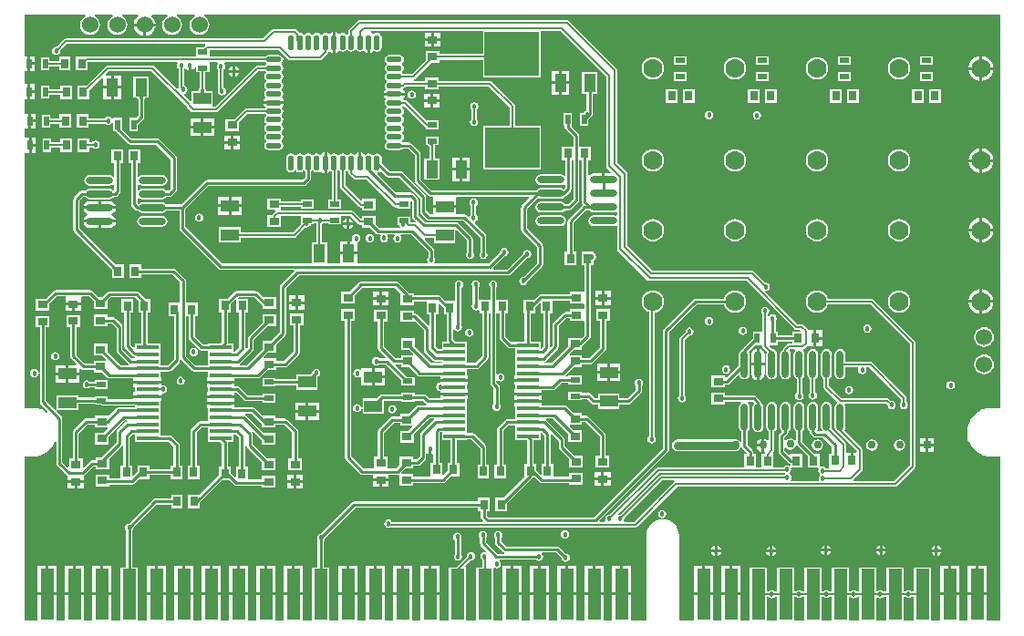
<source format=gtl>
%FSTAX23Y23*%
%MOIN*%
%SFA1B1*%

%IPPOS*%
%ADD10R,0.050000X0.185000*%
%ADD11R,0.031000X0.037000*%
%ADD12R,0.043000X0.067000*%
%ADD13O,0.098000X0.028000*%
%ADD14R,0.020000X0.035000*%
%ADD15R,0.037000X0.031000*%
%ADD16R,0.081000X0.016000*%
%ADD17R,0.035000X0.020000*%
%ADD18R,0.067000X0.043000*%
%ADD19O,0.057000X0.022000*%
%ADD20O,0.022000X0.057000*%
%ADD21O,0.028000X0.098000*%
%ADD22R,0.200000X0.160000*%
%ADD23R,0.200000X0.150000*%
%ADD24C,0.010000*%
%ADD25C,0.008000*%
%ADD26C,0.030000*%
%ADD27C,0.030000*%
%ADD28R,0.030000X0.030000*%
%ADD29C,0.060000*%
%ADD30C,0.018000*%
%ADD31C,0.070000*%
%LNseniordesign-1*%
%LPD*%
G36*
X02266Y0365D02*
X0229D01*
X02293Y03648*
X02297Y03647*
X02413*
Y03642*
Y03641*
X02354*
X0235Y0364*
X02346Y03638*
X02319Y03611*
X02269*
Y03601*
X02236*
X02232Y036*
X02229Y03597*
X0219Y03559*
X02188Y03555*
X02187Y03551*
Y03453*
X02173*
Y03423*
X02169Y03421*
X02149Y0344*
Y03599*
X02148Y03603*
X02146Y03607*
X02127Y03626*
X02129Y0363*
X02206*
Y03654*
X02266*
Y0365*
G37*
G36*
X04386Y03368D02*
X04385Y03367D01*
X0424Y03222*
X04204*
X04202Y03227*
X04203Y03233*
Y03234*
X04342Y03373*
X04385*
X04386Y03368*
G37*
G36*
X0479Y034D02*
Y03395D01*
X04788Y03394*
Y03393*
X04338*
X04334Y03392*
X04331Y0339*
X04189Y03248*
X04188*
X04184Y03247*
X04181Y03252*
X04331Y03402*
X04788*
X0479Y034*
G37*
G36*
X02413Y03539D02*
Y03514D01*
X02506*
Y03516*
X02538*
X02555Y03499*
Y03429*
X02545*
Y03415*
X02467*
Y03429*
X02424*
Y03405*
X02409Y03391*
X02404Y03392*
Y03429*
X02394*
Y03531*
X02405Y03542*
X02413*
Y03539*
G37*
G36*
X04873Y03463D02*
Y03421D01*
X04912*
X04914Y03417*
X04913Y03415*
X04912Y03409*
X04913Y03403*
X04916Y03398*
X04918Y03397*
Y03392*
X04917*
X04914Y03387*
X04913Y03381*
X04914Y03375*
X04912Y0337*
X04814*
X04811Y03375*
X04813Y03377*
X04814Y03383*
X04813Y03389*
X0481Y03394*
X04807Y03396*
Y03401*
X04809Y03402*
X04812Y03407*
X04813Y03413*
X04812Y03417*
X04816Y03421*
X04853*
Y03471*
X0481*
Y0347*
X04805Y03468*
X04789Y03484*
Y03491*
X04794Y03493*
X04795Y03492*
X04802Y03487*
X0481Y03485*
X04818Y03487*
X04825Y03492*
X04829Y03498*
Y03499*
X04833Y03501*
X04834Y03502*
X04873Y03463*
G37*
G36*
X02385Y0359D02*
X02382Y03589D01*
X02378Y03587*
X02349Y03558*
X02347Y03554*
X02346Y0355*
Y03512*
X02292Y03458*
X0227*
Y03448*
X02259*
X02254Y03447*
X02251Y03444*
X02227Y03421*
X02223Y03423*
Y03453*
X02209*
Y03546*
X02241Y03578*
X02269*
Y03568*
X02313*
X02315Y03563*
X023Y03548*
X02269*
Y03505*
X02319*
Y03535*
X02378Y03595*
X02384*
X02385Y0359*
G37*
G36*
X05262Y0286D02*
X05224D01*
Y02947*
X05231*
X05236Y02944*
X05242Y02943*
X05248Y02944*
X05253Y02947*
X05262*
Y0286*
G37*
G36*
X04762D02*
X04724D01*
Y02947*
X0473*
X04731Y02946*
X04736Y02943*
X04742Y02942*
X04748Y02943*
X04753Y02946*
X04754Y02947*
X04762*
Y0286*
G37*
G36*
X05162D02*
X05124D01*
Y02943*
X05126Y02945*
X05128Y02946*
X05133Y02943*
X05139Y02942*
X05145Y02943*
X0515Y02946*
X05151Y02947*
X05162*
Y0286*
G37*
G36*
X05576Y03639D02*
X05547D01*
X05529Y03638*
X05512Y03633*
X05497Y03624*
X05483Y03613*
X05472Y036*
X05464Y03584*
X05459Y03567*
X05457Y0355*
X05459Y03533*
Y03532*
Y03524*
Y03518*
X05467Y0351*
X05472Y035*
X05483Y03487*
X05497Y03476*
X05507Y0347*
X05512Y03465*
X0552*
X05529Y03462*
X05547Y03461*
X05576*
Y0286*
X05528*
Y02953*
X05458*
Y0286*
X05428*
Y02953*
X05358*
Y0286*
X05324*
Y03056*
X05262*
Y02968*
X05254*
X05253Y02969*
X05248Y02972*
X05242Y02973*
X05236Y02972*
X05231Y02969*
X0523Y02968*
X05224*
Y03056*
X05162*
Y02968*
X0515*
X05145Y02971*
X05139Y02972*
X05133Y02971*
X05128Y02968*
X05126Y02969*
X05124Y02971*
Y03056*
X05062*
Y02968*
X05053*
X05048Y02971*
X05042Y02972*
X05036Y02971*
X05031Y02968*
X05024*
Y03056*
X04962*
Y02968*
X04954*
X04953Y02969*
X04948Y02972*
X04942Y02973*
X04936Y02972*
X04931Y02969*
X0493Y02968*
X04924*
Y03056*
X04862*
Y02968*
X04854*
X04853Y02969*
X04848Y02972*
X04842Y02973*
X04836Y02972*
X04831Y02969*
X0483Y02968*
X04824*
Y03056*
X04762*
Y02968*
X04753*
X04748Y02971*
X04742Y02972*
X04736Y02971*
X04731Y02968*
X04724*
Y03056*
X04662*
Y0286*
X04628*
Y02953*
X04558*
Y0286*
X04528*
Y02953*
X04458*
Y0286*
X04403*
Y03171*
X04402Y03183*
X04399Y03194*
X04393Y03204*
X04386Y03214*
X04376Y03221*
X04366Y03227*
X04355Y0323*
X04344Y03231*
Y03236*
X04347Y03237*
X04352Y0324*
X04355Y03245*
X04356Y03251*
X04355Y03257*
X04352Y03262*
X04347Y03265*
X04341Y03266*
X04335Y03265*
X0433Y03262*
X04327Y03257*
X04326Y03251*
X04327Y03245*
X0433Y0324*
X04335Y03237*
X0434Y03236*
Y03231*
X04331Y0323*
X0432Y03227*
X0431Y03221*
X043Y03214*
X04293Y03204*
X04287Y03194*
X04284Y03183*
X04283Y03171*
Y0286*
X04228*
Y02953*
X04158*
Y0286*
X04128*
Y02953*
X04058*
Y0286*
X04028*
Y02953*
X03958*
Y0286*
X03928*
Y02953*
X03858*
Y0286*
X03828*
Y02953*
X03758*
Y0286*
X03724*
Y03052*
X03728Y03054*
X0373Y03053*
X03736Y03052*
X03742Y03053*
X03747Y03056*
X0375Y03061*
X03751Y03067*
X0375Y03073*
X03747Y03078*
X03748Y03083*
X03881*
X03885Y0308*
X03891Y03079*
X03897Y0308*
X03902Y03083*
X03905Y03088*
X03906Y03094*
X03905Y031*
X03902Y03105*
X03903Y0311*
X03954*
X03974Y0309*
X03975Y03085*
X03978Y0308*
X03983Y03077*
X03989Y03076*
X03995Y03077*
X04Y0308*
X04003Y03085*
X04004Y03091*
X04003Y03097*
X04Y03102*
X03995Y03105*
X0399Y03106*
X03967Y03129*
X03963Y03131*
X03959Y03132*
X03771*
X03753Y0315*
Y03163*
X03756Y03167*
X03757Y03173*
X03756Y03179*
X03753Y03184*
X03748Y03187*
X03742Y03188*
X03736Y03187*
X03731Y03184*
X03728Y03179*
X03727Y03173*
X03728Y03167*
X03731Y03163*
Y03145*
X03732Y03141*
X03734Y03137*
X03758Y03113*
X03762Y03111*
X03764Y0311*
X03763Y03105*
X0374*
X03697Y03148*
Y03164*
X037Y03168*
X03701Y03174*
X037Y0318*
X03697Y03185*
X03692Y03188*
X03686Y03189*
X0368Y03188*
X03675Y03185*
X03672Y0318*
X03671Y03174*
X03672Y03168*
X03675Y03164*
Y03143*
X03676Y03139*
X03678Y03135*
X03698Y03115*
X03696Y0311*
X03691Y03111*
X03685Y0311*
X0368Y03107*
X03677Y03102*
X03676Y03096*
X03677Y0309*
X0368Y03085*
X03683Y03083*
Y03056*
X03662*
Y0286*
X03624*
Y03056*
X03623*
X03621Y03061*
X03641Y03081*
X03642*
X03648Y03082*
X03653Y03085*
X03656Y0309*
X03657Y03096*
X03656Y03102*
X03653Y03107*
X03648Y0311*
X03642Y03111*
X03636Y0311*
X03631Y03107*
X03628Y03102*
X03627Y03096*
Y03095*
X03588Y03056*
X03562*
Y0286*
X03528*
Y02953*
X03458*
Y0286*
X03428*
Y02953*
X03358*
Y0286*
X03328*
Y02953*
X03258*
Y0286*
X03228*
Y02953*
X03158*
Y0286*
X03124*
Y03056*
X03104*
Y03152*
X03106Y03153*
X03109Y03158*
X0311Y03164*
Y03165*
X0322Y03275*
X03669*
Y03261*
X03679*
Y03239*
X0368Y03235*
X03683Y03232*
X03687Y03227*
X03685Y03222*
X03354*
X03351Y03226*
X03346Y0323*
X0334Y03231*
X03335Y0323*
X0333Y03226*
X03326Y03221*
X03325Y03216*
X03326Y0321*
X0333Y03205*
X03335Y03201*
X0334Y032*
X03346Y03201*
X03347Y03202*
X04244*
X04248Y03203*
X04251Y03205*
X04396Y0335*
X05193*
X05197Y03351*
X052Y03353*
X05263Y03416*
X05265Y03419*
X05266Y03423*
Y03879*
X05265Y03883*
X05263Y03886*
X05114Y04035*
X05111Y04037*
X05107Y04038*
X04947*
Y04039*
X04943Y04049*
X04936Y04057*
X04928Y04064*
X04918Y04068*
X04907Y04069*
X04896Y04068*
X04886Y04064*
X04878Y04057*
X04871Y04049*
X04867Y04039*
X04866Y04028*
X04867Y04017*
X04871Y04007*
X04878Y03999*
X04886Y03992*
X04896Y03988*
X04907Y03987*
X04918Y03988*
X04928Y03992*
X04936Y03999*
X04943Y04007*
X04947Y04017*
Y04018*
X05103*
X05246Y03875*
Y03427*
X05189Y0337*
X05042*
X0504Y03375*
X05072Y03407*
X05074Y0341*
X05075Y03414*
Y03484*
X05074Y03488*
X05072Y03491*
X05007Y03557*
X05011Y03562*
X05012Y0357*
Y03641*
X05011Y03649*
X05009Y0365*
X05012Y03655*
X05161*
X05165Y03651*
Y0365*
X05166Y03644*
X05169Y03639*
X05174Y03636*
X0518Y03635*
X05186Y03636*
X05191Y03639*
X05194Y03644*
X05195Y0365*
X05194Y03656*
X05191Y03661*
X05186Y03664*
X0518Y03665*
X05179*
X05172Y03672*
X05169Y03674*
X05165Y03675*
X04997*
X04952Y0372*
Y03746*
X04956Y03749*
X04961Y03755*
X04962Y03763*
Y03834*
X04961Y03842*
X04956Y03848*
X0495Y03853*
X04942Y03854*
X04934Y03853*
X04928Y03848*
X04923Y03842*
X04922Y03834*
Y03763*
X04923Y03755*
X04928Y03749*
X04932Y03746*
Y03716*
X04933Y03712*
X04935Y03709*
X04981Y03662*
Y03657*
X04978Y03655*
X04973Y03649*
X04972Y03641*
Y0357*
X04973Y03562*
X04978Y03556*
X04983Y03552*
X04985Y0355*
X05054Y0348*
X05052Y03476*
X0504*
Y03447*
X0503*
Y03476*
X05015*
Y03505*
X05014Y03509*
X05012Y03512*
X04961Y03564*
X04962Y0357*
Y03641*
X04961Y03649*
X04956Y03655*
X0495Y0366*
X04942Y03661*
X04934Y0366*
X04928Y03655*
X04923Y03649*
X04922Y03641*
Y0357*
X04923Y03562*
X04927Y03558*
X04924Y03553*
X0491*
X04907Y03558*
X04911Y03562*
X04912Y0357*
Y03641*
X04911Y03649*
X04906Y03655*
X049Y0366*
X04892Y03661*
X04884Y0366*
X04878Y03655*
X04873Y03649*
X04872Y03641*
Y0357*
X04873Y03562*
X04878Y03556*
X04881Y03554*
Y03551*
X04882Y03547*
X04884Y03543*
X04893Y03534*
X04897Y03532*
X04901Y03531*
X04929*
X04961Y03499*
Y03472*
X04951*
Y03422*
X04948Y03419*
X04938*
Y0342*
X04933Y03423*
X04927Y03424*
X04921Y03423*
X04916Y03425*
Y03471*
X04897*
X04853Y03515*
Y03554*
X04856Y03556*
X04861Y03562*
X04862Y0357*
Y03641*
X04861Y03649*
X04856Y03655*
X0485Y0366*
X04842Y03661*
X04834Y0366*
X04828Y03655*
X04823Y03649*
X04822Y03641*
Y0357*
X04823Y03562*
X04828Y03556*
X04831Y03554*
Y03521*
X04826Y0352*
X04825Y03522*
X04818Y03526*
X0481Y03528*
X04802Y03526*
X04795Y03522*
X04794Y0352*
X04789Y03522*
Y03531*
X048Y03542*
X04802Y03546*
X04803Y0355*
Y03554*
X04806Y03556*
X04811Y03562*
X04812Y0357*
Y03641*
X04811Y03649*
X04806Y03655*
X048Y0366*
X04792Y03661*
X04784Y0366*
X04778Y03655*
X04773Y03649*
X04772Y03641*
Y0357*
X04773Y03562*
X04778Y03556*
Y03552*
X0477Y03544*
X04768Y0354*
X04767Y03536*
Y03479*
X04768Y03475*
X0477Y03471*
X04803Y03438*
X04807Y03436*
X0481Y03435*
Y03428*
X04805Y03426*
X04804Y03427*
X04798Y03428*
X04792Y03427*
X04787Y03424*
X04786Y03422*
X04748*
Y03471*
X04747Y03474*
X04749Y03477*
X04751Y0348*
X04752Y03484*
Y03553*
X04756Y03556*
X04761Y03562*
X04762Y0357*
Y03641*
X04761Y03649*
X04756Y03655*
X0475Y0366*
X04742Y03661*
X04734Y0366*
X04728Y03655*
X04723Y03649*
X04722Y03641*
Y0357*
X04723Y03562*
X04728Y03556*
X04732Y03553*
Y03523*
X04727Y03521*
X04719Y03526*
X04715Y03527*
Y03503*
Y03478*
X04716Y03479*
X04718Y03475*
X04716Y03471*
X04705*
Y03422*
X04685*
Y03471*
X04675*
Y03477*
X04674Y03482*
X04671Y03485*
X04653Y03504*
Y03554*
X04656Y03556*
X04661Y03562*
X04662Y0357*
Y03641*
X04661Y03649*
X04656Y03655*
X04654Y03657*
X04656Y03661*
X04673*
X04678Y03656*
Y03655*
X04673Y03649*
X04672Y03641*
Y0357*
X04673Y03562*
X04678Y03556*
X04684Y03551*
X04692Y0355*
X047Y03551*
X04706Y03556*
X04711Y03562*
X04712Y0357*
Y03641*
X04711Y03649*
X04706Y03655*
X04703Y03657*
Y03658*
X04702Y03662*
X047Y03666*
X04685Y0368*
X04682Y03683*
X04677Y03684*
X04572*
Y03694*
X04522*
Y03651*
X04572*
Y03661*
X04628*
X0463Y03657*
X04628Y03655*
X04623Y03649*
X04622Y03641*
Y0357*
X04623Y03562*
X04628Y03556*
X04631Y03554*
Y03517*
X04626Y03516*
X04625Y03518*
X04618Y03522*
X0461Y03524*
X04607Y03523*
X04399*
X04391Y03522*
X04384Y03517*
X04379Y0351*
X04378Y03502*
X04379Y03494*
X04384Y03487*
X04391Y03482*
X04399Y03481*
X04609*
X04617Y03482*
X04624Y03487*
X04628Y03493*
X04633*
X04634Y03491*
X0465Y03475*
X04648Y03471*
X04642*
Y03422*
X04327*
X04323Y03421*
X0432Y03419*
X04149Y03248*
X04148*
X04142Y03247*
X04137Y03244*
X04134Y03239*
X04133Y03233*
X04134Y03227*
X04132Y03222*
X04114*
X04112Y03227*
X04363Y03478*
X04365Y03482*
X04366Y03486*
Y03915*
X04468Y04017*
X04567*
X04571Y04007*
X04578Y03999*
X04586Y03992*
X04596Y03988*
X04607Y03987*
X04618Y03988*
X04628Y03992*
X04636Y03999*
X04643Y04007*
X04647Y04017*
X04648Y04028*
X04647Y04039*
X04643Y04049*
X04636Y04057*
X04628Y04064*
X04618Y04068*
X04607Y04069*
X04596Y04068*
X04586Y04064*
X04578Y04057*
X04571Y04049*
X04567Y04039*
X04463*
X04459Y04038*
X04455Y04036*
X04347Y03928*
X04345Y03924*
X04344Y0392*
Y03491*
X04091Y03238*
X03708*
X03702Y03244*
Y03261*
X03712*
Y03311*
X03669*
Y03297*
X03215*
X03211Y03296*
X03207Y03294*
X03092Y03179*
X03089Y03178*
X03084Y03175*
X03081Y0317*
X0308Y03164*
X03081Y03158*
X03082Y03157*
Y03056*
X03062*
Y0286*
X03028*
Y02953*
X02958*
Y0286*
X02928*
Y02953*
X02858*
Y0286*
X02828*
Y02953*
X02758*
Y0286*
X02728*
Y02953*
X02658*
Y0286*
X02628*
Y02953*
X02558*
Y0286*
X02528*
Y02953*
X02458*
Y0286*
X02424*
Y03056*
X02404*
Y0319*
X02407Y03194*
X02408Y032*
X02494Y03286*
X02546*
Y03272*
X02589*
Y03322*
X02546*
Y03308*
X02489*
X02485Y03307*
X02481Y03305*
X02391Y03215*
X02387Y03214*
X02382Y03211*
X02379Y03206*
X02378Y032*
X02379Y03194*
X02382Y0319*
Y03056*
X02362*
Y0286*
X02328*
Y02953*
X02258*
Y0286*
X02228*
Y02953*
X02158*
Y0286*
X02128*
Y02953*
X02058*
Y0286*
X0201*
Y03461*
X02039*
X02057Y03462*
X02074Y03467*
X02089Y03476*
X02103Y03487*
X02114Y035*
X02122Y03515*
X02127Y03514*
Y03436*
X02128Y03432*
X0213Y03428*
X02165Y03393*
X02169Y0339*
Y03374*
X02227*
Y0339*
X02231Y03393*
X02263Y03425*
X0227*
Y03415*
X0232*
Y03454*
X02365Y03499*
X02367Y03501*
X02371Y035*
Y03429*
X02361*
Y03382*
X0232*
Y03395*
X0227*
Y03352*
X0232*
Y03359*
X02404*
X02409Y0336*
X02412Y03362*
X02429Y03379*
X02467*
Y03393*
X02545*
Y03379*
X02588*
Y03429*
X02578*
Y03503*
X02577Y03508*
X02574Y03511*
X0255Y03536*
X02547Y03538*
X02542Y03539*
X02506*
Y03565*
Y03591*
Y03616*
Y03642*
Y03663*
X0251*
Y03676*
X02409*
Y0367*
X02314*
Y03681*
X02266*
Y03677*
X02206*
Y03686*
X02128*
Y03632*
X02123Y0363*
X02088Y03665*
Y03933*
X02102*
Y03976*
X02052*
Y03933*
X02066*
Y03769*
X02061*
Y03768*
X0206Y03772*
X02057Y03777*
X02052Y0378*
X02046Y03781*
X0204Y0378*
X02035Y03777*
X02032Y03772*
X02031Y03766*
X02032Y0376*
X02035Y03755*
X0204Y03752*
X02046Y03751*
X02052Y03752*
X02057Y03755*
X0206Y0376*
X02061Y03764*
Y03763*
X02066*
Y0366*
X02067Y03656*
X02069Y03652*
X02096Y03626*
X02092Y03622*
X02089Y03624*
X02074Y03633*
X02057Y03638*
X02039Y03639*
X0201*
Y04572*
X02013*
X02014*
X02027*
Y046*
Y04628*
X02014*
X02013*
X0201Y0463*
Y0466*
X02011*
X02014*
X02025*
Y04688*
Y04716*
X02014*
X02011*
X0201*
Y04767*
X02022*
Y04795*
Y04823*
X0201*
Y0487*
X02022*
Y04898*
Y04926*
X0201*
Y05077*
X02232*
X02233Y05072*
X02232Y05071*
X02224Y05066*
X02219Y05058*
X02215Y05049*
X02214Y0504*
X02215Y05031*
X02219Y05022*
X02224Y05014*
X02232Y05009*
X02241Y05005*
X0225Y05004*
X02259Y05005*
X02268Y05009*
X02276Y05014*
X02281Y05022*
X02285Y05031*
X02286Y0504*
X02285Y05049*
X02281Y05058*
X02276Y05066*
X02268Y05071*
X02267Y05072*
X02268Y05077*
X02332*
X02333Y05072*
X02332Y05071*
X02324Y05066*
X02319Y05058*
X02315Y05049*
X02314Y0504*
X02315Y05031*
X02319Y05022*
X02324Y05014*
X02332Y05009*
X02341Y05005*
X0235Y05004*
X02359Y05005*
X02368Y05009*
X02376Y05014*
X02381Y05022*
X02385Y05031*
X02386Y0504*
X02385Y05049*
X02381Y05058*
X02376Y05066*
X02368Y05071*
X02367Y05072*
X02368Y05077*
X02424*
X02426Y05072*
X02421Y05069*
X02415Y0506*
X02411Y0505*
X0241Y05045*
X0249*
X02489Y0505*
X02485Y0506*
X02479Y05069*
X02474Y05072*
X02476Y05077*
X02532*
X02533Y05072*
X02532Y05071*
X02524Y05066*
X02519Y05058*
X02515Y05049*
X02514Y0504*
X02515Y05031*
X02519Y05022*
X02524Y05014*
X02532Y05009*
X02541Y05005*
X0255Y05004*
X02559Y05005*
X02568Y05009*
X02576Y05014*
X02581Y05022*
X02585Y05031*
X02586Y0504*
X02585Y05049*
X02581Y05058*
X02576Y05066*
X02568Y05071*
X02567Y05072*
X02568Y05077*
X02632*
X02633Y05072*
X02632Y05071*
X02624Y05066*
X02619Y05058*
X02615Y05049*
X02614Y0504*
X02615Y05031*
X02619Y05022*
X02624Y05014*
X02632Y05009*
X02641Y05005*
X0265Y05004*
X02659Y05005*
X02668Y05009*
X02676Y05014*
X02681Y05022*
X02685Y05031*
X02686Y0504*
X02685Y05049*
X02681Y05058*
X02676Y05066*
X02668Y05071*
X02667Y05072*
X02668Y05077*
X05576*
Y03639*
G37*
G36*
X05062Y0286D02*
X05024D01*
Y02947*
X0503*
X05031Y02946*
X05036Y02943*
X05042Y02942*
X05048Y02943*
X05053Y02946*
X05054Y02947*
X05062*
Y0286*
G37*
G36*
X04962D02*
X04924D01*
Y02947*
X04931*
X04936Y02944*
X04942Y02943*
X04948Y02944*
X04953Y02947*
X04962*
Y0286*
G37*
G36*
X04862D02*
X04824D01*
Y02947*
X04831*
X04836Y02944*
X04842Y02943*
X04848Y02944*
X04853Y02947*
X04862*
Y0286*
G37*
%LNseniordesign-2*%
%LPC*%
G36*
X04705Y03527D02*
X047Y03526D01*
X04692Y03521*
X04686Y03512*
Y03508*
X04705*
Y03527*
G37*
G36*
X0491Y03524D02*
X04902Y03522D01*
X04895Y03518*
X0489Y03511*
X04889Y03503*
X0489Y03495*
X04895Y03488*
X04902Y03483*
X0491Y03482*
X04918Y03483*
X04925Y03488*
X04929Y03495*
X04931Y03503*
X04929Y03511*
X04925Y03518*
X04918Y03522*
X0491Y03524*
G37*
G36*
X05109D02*
X05101Y03522D01*
X05094Y03518*
X05089Y03511*
X05088Y03503*
X05089Y03495*
X05094Y03488*
X05101Y03483*
X05109Y03482*
X05117Y03483*
X05124Y03488*
X05129Y03495*
X0513Y03503*
X05129Y03511*
X05124Y03518*
X05117Y03522*
X05109Y03524*
G37*
G36*
X0521D02*
X05202Y03522D01*
X05195Y03518*
X0519Y03511*
X05189Y03503*
X0519Y03495*
X05195Y03488*
X05202Y03483*
X0521Y03482*
X05218Y03483*
X05225Y03488*
X05229Y03495*
X05231Y03503*
X05229Y03511*
X05225Y03518*
X05218Y03522*
X0521Y03524*
G37*
G36*
X05305Y03527D02*
X05285D01*
Y03508*
X05305*
Y03527*
G37*
G36*
X03355Y03649D02*
X03349Y03648D01*
X03344Y03645*
X03341Y0364*
X0334Y03634*
X03341Y03628*
X03344Y03623*
X03349Y0362*
X03355Y03619*
X03361Y0362*
X03366Y03623*
X03369Y03628*
X0337Y03634*
X03369Y0364*
X03366Y03645*
X03361Y03648*
X03355Y03649*
G37*
G36*
X03038Y03659D02*
X03D01*
Y03632*
X03038*
Y03659*
G37*
G36*
X03086D02*
X03048D01*
Y03632*
X03086*
Y03659*
G37*
G36*
Y03622D02*
X03048D01*
Y03595*
X03086*
Y03622*
G37*
G36*
X05335Y03527D02*
X05315D01*
Y03508*
X05335*
Y03527*
G37*
G36*
X04307Y04069D02*
X04296Y04068D01*
X04286Y04064*
X04278Y04057*
X04271Y04049*
X04267Y04039*
X04266Y04028*
X04267Y04017*
X04271Y04007*
X04278Y03999*
X04286Y03992*
X04293Y0399*
Y03535*
X04292*
X04289Y0353*
X04288Y03524*
X04289Y03518*
X04292Y03513*
X04297Y0351*
X04303Y03509*
X04309Y0351*
X04314Y03513*
X04317Y03518*
X04318Y03524*
X04317Y0353*
X04314Y03535*
X04313*
Y03987*
X04318Y03988*
X04328Y03992*
X04336Y03999*
X04343Y04007*
X04347Y04017*
X04348Y04028*
X04347Y04039*
X04343Y04049*
X04336Y04057*
X04328Y04064*
X04318Y04068*
X04307Y04069*
G37*
G36*
X03038Y03622D02*
X03D01*
Y03595*
X03038*
Y03622*
G37*
G36*
X04705Y03498D02*
X04686D01*
Y03493*
X04692Y03485*
X047Y03479*
X04705Y03478*
Y03498*
G37*
G36*
X04119Y03374D02*
X04095D01*
Y03353*
X04119*
Y03374*
G37*
G36*
X04153D02*
X04129D01*
Y03353*
X04153*
Y03374*
G37*
G36*
X02995Y03394D02*
X02971D01*
Y03374*
X02995*
Y03394*
G37*
G36*
X03342Y03371D02*
X03318D01*
Y0335*
X03342*
Y03371*
G37*
G36*
X02995Y03364D02*
X02971D01*
Y03343*
X02995*
Y03364*
G37*
G36*
X03029D02*
X03005D01*
Y03343*
X03029*
Y03364*
G37*
G36*
X03308Y03371D02*
X03284D01*
Y0335*
X03308*
Y03371*
G37*
G36*
X03029Y03394D02*
X03005D01*
Y03374*
X03029*
Y03394*
G37*
G36*
X039Y03659D02*
X038D01*
Y03646*
X03804*
Y03624*
Y03599*
Y03598*
X03775*
X03771Y03597*
X03767Y03595*
X03743Y0357*
X0374Y03567*
X03739Y03562*
Y03432*
X03729*
Y03382*
X03772*
Y03432*
X03762*
Y03558*
X03779Y03576*
X03804*
Y03573*
Y03547*
Y03522*
X03848*
Y03521*
Y03434*
X03838*
Y03386*
X03762Y03311*
X03732*
Y03261*
X03775*
Y03292*
X03867Y03384*
X03868*
X03876*
X03893Y03367*
X03896Y03365*
X03901Y03364*
X04001*
Y03358*
X04051*
Y03401*
X04001*
Y03387*
X03944*
Y03434*
X03934*
Y03541*
X03938Y03543*
X03939*
X03963Y03518*
Y03494*
X03964Y0349*
X03966Y03487*
X04001Y03451*
Y03421*
X04051*
Y03464*
X0402*
X03985Y03499*
Y03523*
X03984Y03527*
X03982Y03531*
X03918Y03595*
X03916Y03596*
X03917Y03601*
X03942*
X03999Y03544*
Y03514*
X04049*
Y03557*
X04018*
X04003Y03572*
X04005Y03577*
X04049*
Y03587*
X04062*
X04113Y03536*
Y03463*
X04099*
Y0342*
X04149*
Y03463*
X04135*
Y03541*
X04134Y03545*
X04132Y03549*
X04074Y03606*
X04071Y03609*
X04067Y0361*
X04049*
Y0362*
X04018*
X03992Y03646*
X03991Y03647*
X03989Y03648*
X03988Y03649*
X03984*
X039*
Y03659*
G37*
G36*
X05305Y03498D02*
X05285D01*
Y03478*
X05305*
Y03498*
G37*
G36*
X05335D02*
X05315D01*
Y03478*
X05335*
Y03498*
G37*
G36*
X02778Y03651D02*
X02677D01*
Y03638*
X02681*
Y03616*
Y03591*
Y0359*
X02653*
X02649Y03589*
X02645Y03587*
X02622Y03563*
X02619Y0356*
X02618Y03555*
Y03429*
X02608*
Y03379*
X02651*
Y03429*
X02641*
Y03551*
X02657Y03568*
X02681*
Y03565*
Y03539*
Y03514*
X02725*
X02731Y03508*
Y03424*
X02721*
Y03393*
X02649Y03322*
X02609*
Y03272*
X02652*
Y03293*
X02734Y03374*
X02759*
X02776Y03357*
X02779Y03355*
X02784Y03354*
X02879*
Y03347*
X02929*
Y0339*
X02879*
Y03377*
X02827*
Y03424*
X02817*
Y03536*
X02816Y03538*
X02817Y03539*
X02822Y03536*
Y03502*
X02823Y03498*
X02825Y03495*
X02879Y0344*
Y0341*
X02929*
Y03453*
X02898*
X02844Y03507*
Y03544*
X02843Y03548*
X02841Y03552*
X02806Y03587*
X02804Y03588*
Y0359*
X02809Y03591*
X02879Y03521*
Y03504*
X02929*
Y03547*
X02885*
X02819Y03612*
X02817Y03614*
X02818Y03619*
X02839*
X02878Y03581*
X02879Y03579*
Y03567*
X02929*
Y03577*
X0296*
X02989Y03548*
Y03453*
X02975*
Y0341*
X03025*
Y03453*
X03011*
Y03553*
X0301Y03557*
X03008Y03561*
X02972Y03596*
X02969Y03599*
X02965Y036*
X02929*
Y0361*
X0288*
X02852Y03638*
X02848Y0364*
X02844Y03641*
X02778*
Y03651*
G37*
G36*
X03218Y04D02*
X03168D01*
Y03957*
X03182*
Y03458*
X03183Y03454*
X03185Y0345*
X03237Y03398*
X0324Y03396*
X03245Y03395*
X03284*
Y03381*
X03342*
Y03395*
X03375*
X03378Y03396*
X03379Y03395*
X03382Y0339*
Y03354*
X03432*
Y03364*
X0354*
X03544Y03365*
X03548Y03368*
X0357Y03389*
X036*
Y03439*
X0359*
Y03522*
X03628*
Y03524*
X03644*
X03676Y03492*
Y03432*
X03666*
Y03382*
X03709*
Y03432*
X03699*
Y03496*
X03698Y03501*
X03695Y03504*
X03656Y03544*
X03653Y03546*
X03648Y03547*
X03628*
Y03573*
Y03599*
Y03624*
Y0365*
Y03671*
X03632*
Y03684*
X03532*
Y03675*
X0349*
X03479Y03685*
X03476Y03688*
X03472Y03689*
X03436*
Y03693*
X03388*
Y03689*
X03317*
X03312Y03688*
X03309Y03685*
X03297Y03674*
X03246*
Y03642*
X03241*
X0324Y03644*
X03237Y03649*
X03232Y03652*
X03226Y03653*
X0322Y03652*
X03215Y03649*
X03212Y03644*
X03211Y03638*
X03212Y03632*
X03215Y03627*
X0322Y03624*
X03226Y03623*
X03232Y03624*
X03237Y03627*
X0324Y03632*
X03241Y03634*
X03246*
Y03618*
X03324*
Y03666*
X03388*
Y03662*
X03436*
Y03666*
X03467*
X03477Y03656*
X0348Y03654*
X03478Y03649*
X0345*
X03445Y03648*
X03442Y03646*
X03414Y03618*
X03383*
Y03608*
X03355*
X03351Y03607*
X03348Y03604*
X03305Y03562*
X03303Y03558*
X03302Y03554*
Y0346*
X03288*
Y03417*
X03249*
X03204Y03463*
Y03957*
X03218*
Y04*
G37*
G36*
X04119Y03404D02*
X04095D01*
Y03384*
X04119*
Y03404*
G37*
G36*
X04153D02*
X04129D01*
Y03384*
X04153*
Y03404*
G37*
G36*
X04992Y03854D02*
X04984Y03853D01*
X04978Y03848*
X04973Y03842*
X04972Y03834*
Y03763*
X04973Y03755*
X04978Y03749*
X04984Y03744*
X04992Y03743*
X05Y03744*
X05006Y03749*
X05011Y03755*
X05012Y03763*
Y03788*
X05057*
X0506Y03784*
X05059Y03783*
X05058Y03777*
X05059Y03771*
X05062Y03766*
X05067Y03763*
X05073Y03762*
X05079Y03763*
X05084Y03766*
X05087Y03771*
X05088Y03777*
X05087Y03783*
X05086Y03784*
X05089Y03788*
X05098*
X05215Y03672*
Y03661*
X05214*
X05211Y03656*
X0521Y0365*
X05211Y03644*
X05214Y03639*
X05219Y03636*
X05225Y03635*
X05231Y03636*
X05236Y03639*
X05239Y03644*
X0524Y0365*
X05239Y03656*
X05236Y03661*
X05235*
Y03676*
X05234Y0368*
X05232Y03683*
X0511Y03806*
X05106Y03808*
X05103Y03809*
X05012*
Y03834*
X05011Y03842*
X05006Y03848*
X05Y03853*
X04992Y03854*
G37*
G36*
X02162Y03796D02*
X02124D01*
Y03769*
X02162*
Y03796*
G37*
G36*
X04575Y03794D02*
X04569Y03793D01*
X04564Y0379*
X04561Y03785*
X0456Y03779*
X04561Y03773*
X04564Y03768*
X04569Y03765*
X04575Y03764*
X04581Y03765*
X04586Y03768*
X04589Y03773*
X0459Y03779*
X04589Y03785*
X04586Y0379*
X04581Y03793*
X04575Y03794*
G37*
G36*
X04189Y03801D02*
X04151D01*
Y03774*
X04189*
Y03801*
G37*
G36*
X04141D02*
X04103D01*
Y03774*
X04141*
Y03801*
G37*
G36*
X03077Y03782D02*
X03071Y03781D01*
X03066Y03778*
X03063Y03773*
X03062Y03768*
X03055Y03761*
X03004*
Y03745*
X02929*
Y03749*
X02881*
Y03718*
X02929*
Y03722*
X03004*
Y03705*
X03082*
Y03753*
X03083*
X03088Y03756*
X03091Y03761*
X03092Y03767*
X03091Y03773*
X03088Y03778*
X03083Y03781*
X03077Y03782*
G37*
G36*
X04716Y03793D02*
X04697D01*
Y0374*
X04701Y03741*
X04709Y03746*
X04714Y03754*
X04716Y03763*
Y03793*
G37*
G36*
X05518Y03834D02*
X05509Y03833D01*
X055Y03829*
X05492Y03824*
X05487Y03816*
X05483Y03807*
X05482Y03798*
X05483Y03789*
X05487Y0378*
X05492Y03772*
X055Y03767*
X05509Y03763*
X05518Y03762*
X05527Y03763*
X05536Y03767*
X05544Y03772*
X05549Y0378*
X05553Y03789*
X05554Y03798*
X05553Y03807*
X05549Y03816*
X05544Y03824*
X05536Y03829*
X05527Y03833*
X05518Y03834*
G37*
G36*
X03328Y03784D02*
X0329D01*
Y03757*
X03328*
Y03784*
G37*
G36*
X0328D02*
X03242D01*
Y0378*
X03237Y03777*
X03233Y0378*
X03227Y03781*
X03221Y0378*
X03216Y03777*
X03213Y03772*
X03212Y03766*
X03213Y0376*
X03216Y03755*
X03221Y03752*
X03227Y03751*
X03233Y03752*
X03237Y03755*
X03242Y03752*
Y0372*
X0328*
Y03752*
Y03784*
G37*
G36*
X03636Y03929D02*
X0363Y03928D01*
X03625Y03925*
X03622Y0392*
X03621Y03914*
X03622Y03908*
X03625Y03903*
X0363Y039*
X03636Y03899*
X03642Y039*
X03647Y03903*
X0365Y03908*
X03651Y03914*
X0365Y0392*
X03647Y03925*
X03642Y03928*
X03636Y03929*
G37*
G36*
X04926Y03889D02*
X04905D01*
Y03865*
X04926*
Y03889*
G37*
G36*
X04441Y03933D02*
X04435Y03932D01*
X0443Y03929*
X04427Y03924*
X04426Y03918*
Y03917*
X04407Y03898*
X04405Y03895*
X04404Y03891*
Y03685*
X04403*
X044Y0368*
X04399Y03674*
X044Y03668*
X04403Y03663*
X04408Y0366*
X04414Y03659*
X0442Y0366*
X04425Y03663*
X04428Y03668*
X04429Y03674*
X04428Y0368*
X04425Y03685*
X04424*
Y03887*
X0444Y03903*
X04441*
X04447Y03904*
X04452Y03907*
X04455Y03912*
X04456Y03918*
X04455Y03924*
X04452Y03929*
X04447Y03932*
X04441Y03933*
G37*
G36*
X04926Y03923D02*
X04905D01*
Y03899*
X04926*
Y03923*
G37*
G36*
X04697Y03857D02*
Y03803D01*
X04716*
Y03834*
X04714Y03843*
X04709Y03851*
X04701Y03856*
X04697Y03857*
G37*
G36*
X04687D02*
X04683Y03856D01*
X04675Y03851*
X0467Y03843*
X04668Y03834*
Y03803*
X04687*
Y03857*
G37*
G36*
X05518Y03934D02*
X05509Y03933D01*
X055Y03929*
X05492Y03924*
X05487Y03916*
X05483Y03907*
X05482Y03898*
X05483Y03889*
X05487Y0388*
X05492Y03872*
X055Y03867*
X05509Y03863*
X05518Y03862*
X05527Y03863*
X05536Y03867*
X05544Y03872*
X05549Y0388*
X05553Y03889*
X05554Y03898*
X05553Y03907*
X05549Y03916*
X05544Y03924*
X05536Y03929*
X05527Y03933*
X05518Y03934*
G37*
G36*
X02123Y03843D02*
X02117Y03842D01*
X02112Y03839*
X02109Y03834*
X02108Y03828*
X02109Y03822*
X02112Y03817*
X02117Y03814*
X02123Y03813*
X02129Y03814*
X02134Y03817*
X02137Y03822*
X02138Y03828*
X02137Y03834*
X02134Y03839*
X02129Y03842*
X02123Y03843*
G37*
G36*
X05025Y03719D02*
X05019Y03718D01*
X05014Y03715*
X05011Y0371*
X0501Y03704*
X05011Y03698*
X05014Y03693*
X05019Y0369*
X05025Y03689*
X05031Y0369*
X05036Y03693*
X05039Y03698*
X0504Y03704*
X05039Y0371*
X05036Y03715*
X05031Y03718*
X05025Y03719*
G37*
G36*
X04256Y03746D02*
X0425Y03745D01*
X04245Y03742*
X04242Y03737*
X04241Y03731*
X04242Y03725*
X04245Y03721*
Y03706*
X04213Y03674*
X04185*
Y03691*
X04107*
Y03674*
X04096*
X04079Y0369*
X04076Y03693*
X04072Y03694*
X04047*
Y03698*
X03999*
Y03667*
X04047*
Y03671*
X04067*
X04083Y03655*
X04087Y03652*
X04091*
X04107*
Y03635*
X04185*
Y03652*
X04218*
X04222*
X04226Y03655*
X04264Y03693*
X04266Y03697*
X04267Y03701*
Y03721*
X0427Y03725*
X04271Y03731*
X0427Y03737*
X04267Y03742*
X04262Y03745*
X04256Y03746*
G37*
G36*
X03632Y03735D02*
X03532D01*
Y03733*
X0353Y03731*
X03524Y0373*
X03519Y03727*
X03516Y03722*
X03515Y03716*
X03516Y0371*
X03519Y03705*
X03524Y03702*
X0353Y03701*
X03532Y03699*
Y03694*
X03632*
Y03707*
X03628*
Y03723*
X03632*
Y03735*
G37*
G36*
X0251Y03727D02*
X02409D01*
Y03715*
X02413*
Y03699*
X02409*
Y03686*
X0251*
Y03689*
X02514Y03692*
X02516*
X02522Y03693*
X02527Y03696*
X0253Y03701*
X02531Y03707*
X0253Y03713*
X02527Y03718*
X02522Y03721*
X02516Y03722*
X02514*
X0251Y03725*
Y03727*
G37*
G36*
X02778Y03676D02*
X02677D01*
Y03663*
Y03661*
X02778*
Y03663*
Y03676*
G37*
G36*
Y03727D02*
X02677D01*
Y03715*
X02681*
Y03699*
X02677*
Y03686*
X02778*
Y03696*
X02784*
X02813Y03667*
X02816Y03664*
X02821Y03663*
X02881*
Y03659*
X02929*
Y0369*
X02881*
Y03686*
X02825*
X02796Y03715*
X02792Y03717*
X02788Y03718*
X02778*
Y03727*
G37*
G36*
X04892Y03854D02*
X04884Y03853D01*
X04878Y03848*
X04873Y03842*
X04872Y03834*
Y03763*
X04873Y03755*
X04878Y03749*
X04882Y03746*
Y03695*
X04881*
X04878Y0369*
X04877Y03684*
X04878Y03678*
X04881Y03673*
X04886Y0367*
X04892Y03669*
X04898Y0367*
X04903Y03673*
X04906Y03678*
X04907Y03684*
X04906Y0369*
X04903Y03695*
X04902*
Y03746*
X04906Y03749*
X04911Y03755*
X04912Y03763*
Y03834*
X04911Y03842*
X04906Y03848*
X049Y03853*
X04892Y03854*
G37*
G36*
X039Y03684D02*
X038D01*
Y03671*
Y03669*
X039*
Y03671*
Y03684*
G37*
G36*
X05396Y03737D02*
X0539Y03736D01*
X05385Y03733*
X05382Y03728*
X05381Y03722*
X05382Y03716*
X05385Y03711*
X0539Y03708*
X05396Y03707*
X05402Y03708*
X05407Y03711*
X0541Y03716*
X05411Y03722*
X0541Y03728*
X05407Y03733*
X05402Y03736*
X05396Y03737*
G37*
G36*
X04141Y03764D02*
X04103D01*
Y03737*
X04141*
Y03764*
G37*
G36*
X02314Y0374D02*
X02266D01*
Y03736*
X02248*
X02244Y03739*
X02238Y0374*
X02232Y03739*
X02227Y03736*
X02224Y03731*
X02223Y03725*
X02224Y03719*
X02227Y03714*
X02232Y03711*
X02238Y0371*
X02244Y03711*
X02248Y03714*
X02266*
Y03709*
X02314*
Y0374*
G37*
G36*
X04687Y03793D02*
X04668D01*
Y03763*
X0467Y03754*
X04675Y03746*
X04683Y03741*
X04687Y0374*
Y03793*
G37*
G36*
X04189Y03764D02*
X04151D01*
Y03737*
X04189*
Y03764*
G37*
G36*
X02581Y03753D02*
X02575Y03752D01*
X0257Y03749*
X02567Y03744*
X02566Y03738*
X02567Y03732*
X0257Y03727*
X02575Y03724*
X02581Y03723*
X02587Y03724*
X02592Y03727*
X02595Y03732*
X02596Y03738*
X02595Y03744*
X02592Y03749*
X02587Y03752*
X02581Y03753*
G37*
G36*
X03328Y03747D02*
X0329D01*
Y0372*
X03328*
Y03747*
G37*
G36*
X0221Y03759D02*
X02172D01*
Y03732*
X0221*
Y03759*
G37*
G36*
X02162D02*
X02124D01*
Y03732*
X02162*
Y03759*
G37*
G36*
X02227Y03364D02*
X02203D01*
Y03343*
X02227*
Y03364*
G37*
G36*
X03388Y0306D02*
X03358D01*
Y02963*
X03388*
Y0306*
G37*
G36*
X03328D02*
X03298D01*
Y02963*
X03328*
Y0306*
G37*
G36*
X03488D02*
X03458D01*
Y02963*
X03488*
Y0306*
G37*
G36*
X03428D02*
X03398D01*
Y02963*
X03428*
Y0306*
G37*
G36*
X03188D02*
X03158D01*
Y02963*
X03188*
Y0306*
G37*
G36*
X03028D02*
X02998D01*
Y02963*
X03028*
Y0306*
G37*
G36*
X03288D02*
X03258D01*
Y02963*
X03288*
Y0306*
G37*
G36*
X03228D02*
X03198D01*
Y02963*
X03228*
Y0306*
G37*
G36*
X03988D02*
X03958D01*
Y02963*
X03988*
Y0306*
G37*
G36*
X03928D02*
X03898D01*
Y02963*
X03928*
Y0306*
G37*
G36*
X04088D02*
X04058D01*
Y02963*
X04088*
Y0306*
G37*
G36*
X04028D02*
X03998D01*
Y02963*
X04028*
Y0306*
G37*
G36*
X03788D02*
X03758D01*
Y02963*
X03788*
Y0306*
G37*
G36*
X03528D02*
X03498D01*
Y02963*
X03528*
Y0306*
G37*
G36*
X03888D02*
X03858D01*
Y02963*
X03888*
Y0306*
G37*
G36*
X03828D02*
X03798D01*
Y02963*
X03828*
Y0306*
G37*
G36*
X02988D02*
X02958D01*
Y02963*
X02988*
Y0306*
G37*
G36*
X02328D02*
X02298D01*
Y02963*
X02328*
Y0306*
G37*
G36*
X02288D02*
X02258D01*
Y02963*
X02288*
Y0306*
G37*
G36*
X02528D02*
X02498D01*
Y02963*
X02528*
Y0306*
G37*
G36*
X02488D02*
X02458D01*
Y02963*
X02488*
Y0306*
G37*
G36*
X02128D02*
X02098D01*
Y02963*
X02128*
Y0306*
G37*
G36*
X02088D02*
X02058D01*
Y02963*
X02088*
Y0306*
G37*
G36*
X02228D02*
X02198D01*
Y02963*
X02228*
Y0306*
G37*
G36*
X02188D02*
X02158D01*
Y02963*
X02188*
Y0306*
G37*
G36*
X02828D02*
X02798D01*
Y02963*
X02828*
Y0306*
G37*
G36*
X02788D02*
X02758D01*
Y02963*
X02788*
Y0306*
G37*
G36*
X02928D02*
X02898D01*
Y02963*
X02928*
Y0306*
G37*
G36*
X02888D02*
X02858D01*
Y02963*
X02888*
Y0306*
G37*
G36*
X02628D02*
X02598D01*
Y02963*
X02628*
Y0306*
G37*
G36*
X02588D02*
X02558D01*
Y02963*
X02588*
Y0306*
G37*
G36*
X02728D02*
X02698D01*
Y02963*
X02728*
Y0306*
G37*
G36*
X02688D02*
X02658D01*
Y02963*
X02688*
Y0306*
G37*
G36*
X04128D02*
X04098D01*
Y02963*
X04128*
Y0306*
G37*
G36*
X04745Y03133D02*
Y0312D01*
X04758*
Y03122*
X04754Y03129*
X04747Y03133*
X04745*
G37*
G36*
X04735D02*
X04733D01*
X04726Y03129*
X04722Y03122*
Y0312*
X04735*
Y03133*
G37*
G36*
X04543Y03134D02*
Y03121D01*
X04556*
Y03123*
X04552Y0313*
X04545Y03134*
X04543*
G37*
G36*
X04533D02*
X04531D01*
X04524Y0313*
X0452Y03123*
Y03121*
X04533*
Y03134*
G37*
G36*
X04958Y03113D02*
X04945D01*
Y031*
X04947*
X04954Y03104*
X04958Y03111*
Y03113*
G37*
G36*
X04935D02*
X04922D01*
Y03111*
X04926Y03104*
X04933Y031*
X04935*
Y03113*
G37*
G36*
X05159D02*
X05146D01*
Y031*
X05148*
X05155Y03104*
X05159Y03111*
Y03113*
G37*
G36*
X05136D02*
X05123D01*
Y03111*
X05127Y03104*
X05134Y031*
X05136*
Y03113*
G37*
G36*
X05146Y03136D02*
Y03123D01*
X05159*
Y03125*
X05155Y03132*
X05148Y03136*
X05146*
G37*
G36*
X05136D02*
X05134D01*
X05127Y03132*
X05123Y03125*
Y03123*
X05136*
Y03136*
G37*
G36*
X02193Y03364D02*
X02169D01*
Y03343*
X02193*
Y03364*
G37*
G36*
X03986Y03191D02*
X0398Y0319D01*
X03975Y03187*
X03972Y03182*
X03971Y03176*
X03972Y0317*
X03975Y03165*
X0398Y03162*
X03986Y03161*
X03992Y03162*
X03997Y03165*
X04Y0317*
X04001Y03176*
X04Y03182*
X03997Y03187*
X03992Y0319*
X03986Y03191*
G37*
G36*
X05349Y03135D02*
Y03122D01*
X05362*
Y03124*
X05358Y03131*
X05351Y03135*
X05349*
G37*
G36*
X05339D02*
X05337D01*
X0533Y03131*
X05326Y03124*
Y03122*
X05339*
Y03135*
G37*
G36*
X04945Y03136D02*
Y03123D01*
X04958*
Y03125*
X04954Y03132*
X04947Y03136*
X04945*
G37*
G36*
X04935D02*
X04933D01*
X04926Y03132*
X04922Y03125*
Y03123*
X04935*
Y03136*
G37*
G36*
X05362Y03112D02*
X05349D01*
Y03099*
X05351*
X05358Y03103*
X05362Y0311*
Y03112*
G37*
G36*
X04628Y0306D02*
X04598D01*
Y02963*
X04628*
Y0306*
G37*
G36*
X04588D02*
X04558D01*
Y02963*
X04588*
Y0306*
G37*
G36*
X05428D02*
X05398D01*
Y02963*
X05428*
Y0306*
G37*
G36*
X05388D02*
X05358D01*
Y02963*
X05388*
Y0306*
G37*
G36*
X04228D02*
X04198D01*
Y02963*
X04228*
Y0306*
G37*
G36*
X04188D02*
X04158D01*
Y02963*
X04188*
Y0306*
G37*
G36*
X04528D02*
X04498D01*
Y02963*
X04528*
Y0306*
G37*
G36*
X04488D02*
X04458D01*
Y02963*
X04488*
Y0306*
G37*
G36*
X04533Y03111D02*
X0452D01*
Y03109*
X04524Y03102*
X04531Y03098*
X04533*
Y03111*
G37*
G36*
X04758Y0311D02*
X04745D01*
Y03097*
X04747*
X04754Y03101*
X04758Y03108*
Y0311*
G37*
G36*
X05339Y03112D02*
X05326D01*
Y0311*
X0533Y03103*
X05337Y03099*
X05339*
Y03112*
G37*
G36*
X04556Y03111D02*
X04543D01*
Y03098*
X04545*
X04552Y03102*
X04556Y03109*
Y03111*
G37*
G36*
X05528Y0306D02*
X05498D01*
Y02963*
X05528*
Y0306*
G37*
G36*
X05488D02*
X05458D01*
Y02963*
X05488*
Y0306*
G37*
G36*
X04735Y0311D02*
X04722D01*
Y03108*
X04726Y03101*
X04733Y03097*
X04735*
Y0311*
G37*
G36*
X03593Y03183D02*
X03587Y03182D01*
X03582Y03179*
X03579Y03174*
X03578Y03168*
X03579Y03162*
X03582Y03157*
X03584Y03156*
Y03106*
X03581Y03102*
X0358Y03096*
X03581Y0309*
X03584Y03085*
X03589Y03082*
X03595Y03081*
X03601Y03082*
X03606Y03085*
X03609Y0309*
X0361Y03096*
X03609Y03102*
X03606Y03106*
Y03161*
X03607Y03162*
X03608Y03168*
X03607Y03174*
X03604Y03179*
X03599Y03182*
X03593Y03183*
G37*
G36*
X03495Y04758D02*
X03471D01*
Y04737*
X03495*
Y04758*
G37*
G36*
X02182Y04713D02*
X02139D01*
Y04698*
X02105*
Y04712*
X02074*
Y04664*
X02105*
Y04678*
X02139*
Y04663*
X02182*
Y04713*
G37*
G36*
X04397Y04806D02*
X04354D01*
Y04756*
X04397*
Y04806*
G37*
G36*
X03529Y04758D02*
X03505D01*
Y04737*
X03529*
Y04758*
G37*
G36*
X04513Y04725D02*
X04507Y04724D01*
X04502Y04721*
X04499Y04716*
X04498Y0471*
X04499Y04704*
X04502Y04699*
X04507Y04696*
X04513Y04695*
X04519Y04696*
X04524Y04699*
X04527Y04704*
X04528Y0471*
X04527Y04716*
X04524Y04721*
X04519Y04724*
X04513Y04725*
G37*
G36*
X04104Y04867D02*
X04048D01*
Y04789*
X04065*
Y04725*
X0406Y04724*
X04055Y04721*
X04053Y04718*
X0404*
Y0467*
X04071*
Y04694*
X04076Y04699*
X04077*
Y047*
X04084Y04707*
X04087Y0471*
Y04715*
Y04789*
X04104*
Y04867*
G37*
G36*
X02703Y04697D02*
X02665D01*
Y0467*
X02703*
Y04697*
G37*
G36*
X04688Y04724D02*
X04682Y04723D01*
X04677Y0472*
X04674Y04715*
X04673Y04709*
X04674Y04703*
X04677Y04698*
X04682Y04695*
X04688Y04694*
X04694Y04695*
X04699Y04698*
X04702Y04703*
X04703Y04709*
X04702Y04715*
X04699Y0472*
X04694Y04723*
X04688Y04724*
G37*
G36*
X0205Y04716D02*
X02035D01*
Y04693*
X0205*
Y04716*
G37*
G36*
X0536Y04806D02*
X05317D01*
Y04756*
X0536*
Y04806*
G37*
G36*
X05297D02*
X05254D01*
Y04756*
X05297*
Y04806*
G37*
G36*
X03495Y04788D02*
X03471D01*
Y04768*
X03495*
Y04788*
G37*
G36*
X02047Y0479D02*
X02032D01*
Y04767*
X02047*
Y0479*
G37*
G36*
X0506Y04806D02*
X05017D01*
Y04756*
X0506*
Y04806*
G37*
G36*
X04697D02*
X04654D01*
Y04756*
X04697*
Y04806*
G37*
G36*
X0446D02*
X04417D01*
Y04756*
X0446*
Y04806*
G37*
G36*
X04997D02*
X04954D01*
Y04756*
X04997*
Y04806*
G37*
G36*
X0476D02*
X04717D01*
Y04756*
X0476*
Y04806*
G37*
G36*
X02655Y04697D02*
X02617D01*
Y0467*
X02655*
Y04697*
G37*
G36*
X02799Y04606D02*
X02775D01*
Y04585*
X02799*
Y04606*
G37*
G36*
X02765D02*
X02741D01*
Y04585*
X02765*
Y04606*
G37*
G36*
X02052Y04628D02*
X02037D01*
Y04605*
X02052*
Y04628*
G37*
G36*
X02247Y04625D02*
X02204D01*
Y04575*
X02247*
Y04592*
X02259*
Y04591*
X02264Y04588*
X0227Y04587*
X02276Y04588*
X02281Y04591*
X02284Y04596*
X02285Y04602*
X02284Y04608*
X02281Y04613*
X02276Y04616*
X0227Y04617*
X02264Y04616*
X02259Y04613*
Y04612*
X02247*
Y04625*
G37*
G36*
X02959Y04751D02*
X02884D01*
Y04748*
X02889Y04741*
X0289Y0474*
Y04739*
X02887Y04735*
X02821*
X02817Y04734*
X02814Y04732*
X02777Y04695*
X02745*
Y04652*
X02795*
Y04684*
X02825Y04714*
X0289*
X02892Y04712*
X02893Y04711*
Y04706*
X02892Y04705*
X02888Y047*
X02887Y04693*
X02888Y04686*
X02892Y04681*
X02893Y0468*
Y04675*
X02892Y04674*
X02888Y04668*
X02887Y04662*
X02888Y04655*
X02892Y04649*
X02893Y04648*
Y04643*
X02892Y04642*
X02888Y04637*
X02887Y0463*
X02888Y04623*
X02892Y04618*
X02893Y04617*
Y04612*
X02892Y04611*
X02888Y04605*
X02887Y04599*
X02888Y04592*
X02892Y04586*
X02897Y04583*
X02904Y04581*
X02939*
X02946Y04583*
X02951Y04586*
X02955Y04592*
X02956Y04599*
X02955Y04605*
X02951Y04611*
X0295Y04612*
Y04617*
X02951Y04618*
X02955Y04623*
X02956Y0463*
X02955Y04637*
X02951Y04642*
X0295Y04643*
Y04648*
X02951Y04649*
X02955Y04655*
X02956Y04662*
X02955Y04668*
X02951Y04674*
X0295Y04675*
Y0468*
X02951Y04681*
X02955Y04686*
X02956Y04693*
X02955Y047*
X02951Y04705*
X0295Y04706*
Y04711*
X02951Y04712*
X02955Y04718*
X02956Y04725*
X02955Y04731*
X02952Y04735*
X02953Y0474*
X02954Y04741*
X02959Y04748*
Y04751*
G37*
G36*
X05502Y04589D02*
X05495Y04588D01*
X05484Y04583*
X05475Y04576*
X05468Y04567*
X05463Y04556*
X05462Y04549*
X05502*
Y04589*
G37*
G36*
X03638Y04555D02*
X03611D01*
Y04517*
X03638*
Y04555*
G37*
G36*
X02052Y04595D02*
X02037D01*
Y04572*
X02052*
Y04595*
G37*
G36*
X05512Y04589D02*
Y04549D01*
X05552*
X05551Y04556*
X05546Y04567*
X05539Y04576*
X0553Y04583*
X05519Y04588*
X05512Y04589*
G37*
G36*
X03995Y05058D02*
X03234D01*
X0323Y05057*
X03227Y05055*
X03198Y05026*
X03196Y05023*
X03195Y05019*
Y05008*
X03193Y05006*
X03192Y05005*
X03187*
X03186Y05006*
X0318Y0501*
X03173Y05011*
X03167Y0501*
X03163Y05007*
X03158Y05008*
X03157Y05009*
X0315Y05014*
X03147*
Y04976*
Y04939*
X0315*
X03157Y04944*
X03158Y04945*
X03163Y04946*
X03167Y04943*
X03173Y04942*
X0318Y04943*
X03186Y04947*
X03187Y04948*
X03192*
X03193Y04947*
X03198Y04943*
X03205Y04942*
X03212Y04943*
X03217Y04947*
X03218Y04948*
X03223*
X03224Y04947*
X0323Y04943*
X03236Y04942*
X03243Y04943*
X03247Y04946*
X03252Y04945*
X03253Y04944*
X0326Y04939*
X03263*
Y04976*
X03273*
Y04939*
X03276*
X03283Y04944*
X03284Y04945*
X03289Y04946*
X03293Y04943*
X03299Y04942*
X03306Y04943*
X03312Y04947*
X03315Y04952*
X03317Y04959*
Y04994*
X03315Y05001*
X03312Y05006*
X03306Y0501*
X03299Y05011*
X03293Y0501*
X03289Y05007*
X03284Y05008*
X03283Y05009*
X03277Y05013*
X03279Y05018*
X03686*
Y04933*
X03527*
Y04944*
X03477*
Y0491*
X03428Y04861*
X03394*
X03392Y04863*
X03391Y04864*
Y04869*
X03392Y0487*
X03396Y04875*
X03397Y04882*
X03396Y04889*
X03392Y04894*
X03391Y04895*
Y049*
X03392Y04901*
X03396Y04907*
X03397Y04913*
X03396Y0492*
X03392Y04926*
X03387Y04929*
X0338Y04931*
X03345*
X03338Y04929*
X03333Y04926*
X03329Y0492*
X03328Y04913*
X03329Y04907*
X03333Y04901*
X03334Y049*
Y04895*
X03333Y04894*
X03329Y04889*
X03328Y04882*
X03329Y04875*
X03333Y0487*
X03334Y04869*
Y04864*
X03333Y04863*
X03329Y04857*
X03328Y0485*
X03329Y04844*
X03333Y04838*
X03334Y04837*
Y04832*
X03333Y04831*
X03329Y04826*
X03328Y04819*
X03329Y04812*
X03332Y04808*
X03331Y04803*
X0333*
X03325Y04796*
Y04792*
X034*
Y04796*
X03395Y04803*
X03393Y04804*
X03394Y04809*
X03397Y0481*
X034Y04812*
X03404Y04815*
X03475*
Y04804*
X03525*
Y04815*
X03706*
X03783Y04739*
Y04672*
X03687*
Y0451*
X03899*
Y04672*
X03803*
Y04743*
Y04747*
X038Y0475*
X03718Y04833*
X03714Y04835*
X0371Y04836*
X03525*
Y04847*
X03475*
Y04836*
X03435*
X03434Y04841*
X03436*
X0344Y04843*
X03497Y04901*
X03527*
Y04912*
X03686*
Y04847*
X03898*
Y05018*
X03971*
X04137Y04852*
Y04523*
X04138Y04519*
X0414Y04516*
X04153Y04502*
X04151Y04498*
X04132*
Y04473*
X04122*
Y04498*
X04092*
X04083Y04496*
X04075Y04491*
X04071Y04493*
Y04546*
X04081*
Y04596*
X04038*
Y04635*
Y04639*
X04035Y04643*
X04012Y04666*
Y0467*
Y04718*
X03981*
Y0467*
X03985*
Y04666*
X03986Y04661*
X03989Y04658*
X04016Y0463*
Y04596*
X03975*
Y04546*
X03987*
Y04491*
X03983Y04488*
X03978Y04492*
X0397Y04494*
X03899*
X03891Y04492*
X03885Y04488*
X0388Y04481*
X03879Y04473*
X0388Y04466*
X03885Y04459*
X03891Y04455*
X03899Y04453*
X0397*
X03978Y04455*
X03983Y04458*
X03987Y04456*
Y04444*
X03982Y04439*
X03978Y04442*
X0397Y04444*
X03899*
X03891Y04442*
X03885Y04438*
X03883Y04435*
X03499*
X03459Y04475*
Y04568*
X03458Y04572*
X03456Y04576*
X03425Y04606*
X03422Y04609*
X03417Y0461*
X03393*
X03392Y04611*
X03391Y04612*
Y04617*
X03392Y04618*
X03396Y04623*
X03397Y0463*
X03396Y04637*
X03392Y04642*
X03391Y04643*
Y04648*
X03392Y04649*
X03396Y04655*
X03397Y04662*
X03396Y04668*
X03392Y04674*
X03391Y04675*
Y0468*
X03392Y04681*
X03396Y04686*
X03397Y04693*
X03396Y047*
X03392Y04705*
X03391Y04706*
Y04711*
X03392Y04712*
X03396Y04718*
X03397Y04725*
X03396Y04731*
X03392Y04737*
X03391Y04738*
Y0474*
X03395Y04742*
X03409Y04733*
X03474Y04667*
X03476Y04666*
Y04659*
X03524*
Y0469*
X0348*
X03407Y04763*
X03404Y04765*
X034Y04766*
X03397*
X03394Y0477*
Y04772*
X03395*
X034Y04779*
Y04782*
X03325*
Y04779*
X0333Y04772*
X03331*
X03332Y04767*
X03329Y04763*
X03328Y04756*
X03329Y04749*
X03333Y04744*
X03334Y04743*
Y04738*
X03333Y04737*
X03329Y04731*
X03328Y04725*
X03329Y04718*
X03333Y04712*
X03334Y04711*
Y04706*
X03333Y04705*
X03329Y047*
X03328Y04693*
X03329Y04686*
X03333Y04681*
X03334Y0468*
Y04675*
X03333Y04674*
X03329Y04668*
X03328Y04662*
X03329Y04655*
X03333Y04649*
X03334Y04648*
Y04643*
X03333Y04642*
X03329Y04637*
X03328Y0463*
X03329Y04623*
X03333Y04618*
X03334Y04617*
Y04612*
X03333Y04611*
X03329Y04605*
X03328Y04599*
X03329Y04592*
X03333Y04586*
X03338Y04583*
X03345Y04581*
X0338*
X03387Y04583*
X03392Y04586*
X03393Y04587*
X03413*
X03437Y04563*
Y0447*
X03438Y04466*
X0344Y04462*
X03487Y04415*
X0349Y04413*
X03495Y04412*
X03503*
Y04408*
Y04381*
X03589*
Y04408*
Y04409*
X03593Y04412*
X03854*
X03856Y04408*
X03828Y0438*
X03826Y04376*
X03825Y04372*
Y04291*
X03826Y04287*
X03828Y04283*
X03884Y04227*
Y04169*
X03833Y04118*
X03828Y04117*
X03823Y04114*
X0382Y04109*
X03819Y04103*
X0382Y04097*
X03823Y04092*
X03828Y04089*
X03834Y04088*
X0384Y04089*
X03845Y04092*
X03848Y04097*
X03849Y04102*
X03903Y04156*
X03905Y0416*
X03906Y04164*
Y04232*
X03905Y04236*
X03903Y0424*
X03847Y04296*
Y04367*
X03887Y04407*
X03891Y04405*
X03899Y04403*
X0397*
X03978Y04405*
X03984Y04409*
X03987Y04413*
X0399Y04415*
X04007Y04432*
X04009Y04435*
X0401Y0444*
Y04546*
X04016*
Y04403*
X03998Y04385*
X03986*
X03984Y04388*
X03978Y04392*
X0397Y04394*
X03899*
X03891Y04392*
X03885Y04388*
X0388Y04381*
X03879Y04373*
X0388Y04366*
X03885Y04359*
X03891Y04355*
X03899Y04353*
X0397*
X03978Y04355*
X03984Y04359*
X03986Y04362*
X04002*
X04007Y04363*
X0401Y04365*
X04035Y0439*
X04038Y04394*
Y04398*
Y04546*
X04048*
Y04391*
X04049Y04387*
X04052Y04384*
X0405Y04381*
X03999Y04329*
X03996Y04326*
X03995Y04322*
Y04211*
X03985*
Y04161*
X04028*
Y04211*
X04018*
Y04317*
X04063Y04362*
X04076*
X04078Y04359*
X04084Y04355*
X04092Y04353*
X04163*
X0417Y04355*
X04172Y04356*
X04176Y04353*
Y04343*
X04172Y04341*
X0417Y04342*
X04163Y04344*
X04092*
X04084Y04342*
X04078Y04338*
X04073Y04331*
X04072Y04323*
X04073Y04316*
X04078Y04309*
X04084Y04305*
X04092Y04303*
X04163*
X0417Y04305*
X04172Y04306*
X04176Y04303*
Y04222*
X04177Y04219*
X04179Y04215*
X04289Y04106*
X04292Y04104*
X04296Y04103*
X0465*
X04825Y03928*
X04828Y03926*
X04832Y03925*
X04845*
X04848Y03921*
X04847Y03919*
X04816*
Y03904*
X04763*
Y03917*
X04756*
Y03956*
X04759Y0396*
X0476Y03966*
X04759Y03972*
X04756Y03977*
X04751Y0398*
X04745Y03981*
X04739Y0398*
X04734Y03977*
X04733Y03975*
X04728Y03976*
Y03983*
X04729*
X04732Y03988*
X04733Y03994*
X04732Y04*
X04729Y04005*
X04724Y04008*
X04718Y04009*
X04712Y04008*
X04707Y04005*
X04704Y04*
X04703Y03994*
X04704Y03988*
X04707Y03983*
X04708*
Y03917*
X04704*
X04673*
Y03893*
X04634Y03854*
X04632Y03851*
X04628Y03848*
X04623Y03842*
X04622Y03834*
Y03794*
X04576Y03749*
X04572Y03751*
Y03757*
X04522*
Y03714*
X04572*
Y03724*
X04579*
X04583Y03725*
X04587Y03728*
X04618Y03759*
X04623Y03757*
Y03755*
X04628Y03749*
X04634Y03744*
X04642Y03743*
X0465Y03744*
X04656Y03749*
X04661Y03755*
X04662Y03763*
Y03834*
X04661Y03842*
X04658Y03846*
X04681Y03869*
X04704*
X04708Y03866*
Y03865*
X04709Y03861*
X04711Y03858*
X04725Y03844*
X04723Y03842*
X04722Y03834*
Y03763*
X04723Y03755*
X04728Y03749*
X04734Y03744*
X04742Y03743*
X0475Y03744*
X04756Y03749*
X04761Y03755*
X04762Y03763*
Y03834*
X04761Y03842*
X04756Y03848*
X0475Y03853*
X04744Y03854*
X04733Y03865*
X04735Y03869*
X04763*
Y03882*
X04816*
Y03873*
X04803*
X04799Y03872*
X04796Y0387*
X04785Y03859*
X04783Y03856*
X04782Y03852*
Y03851*
X04778Y03848*
X04773Y03842*
X04772Y03834*
Y03763*
X04773Y03755*
X04778Y03749*
X04784Y03744*
X04792Y03743*
X048Y03744*
X04806Y03749*
X04811Y03755*
X04812Y03763*
Y03834*
X04811Y03842*
X04806Y03848*
X04809Y03853*
X04825*
X04828Y03848*
X04823Y03842*
X04822Y03834*
Y03763*
X04823Y03755*
X04828Y03749*
X04833Y03745*
Y03693*
X04832*
X04829Y03688*
X04828Y03682*
X04829Y03676*
X04832Y03671*
X04837Y03668*
X04843Y03667*
X04849Y03668*
X04854Y03671*
X04857Y03676*
X04858Y03682*
X04857Y03688*
X04854Y03693*
X04853*
Y03747*
X04856Y03749*
X04861Y03755*
X04862Y03763*
Y03834*
X04861Y03842*
X04856Y03848*
X04857Y03853*
X04859Y03854*
X04862Y03856*
X04872Y03865*
X04875*
X04895*
Y03894*
Y03923*
X04877*
X04876Y03924*
X04874Y03927*
X04859Y03942*
X04856Y03944*
X04852Y03945*
X04836*
X04719Y04062*
X04721Y04067*
X04726Y04068*
X04731Y04071*
X04734Y04076*
X04735Y04082*
X04734Y04088*
X04731Y04093*
X04726Y04096*
X0472Y04097*
X04719*
X04677Y04139*
X04674Y04141*
X0467Y04142*
X04305*
X04214Y04233*
Y04496*
X04213Y045*
X04211Y04503*
X04178Y04536*
Y04875*
X04177Y04879*
X04175Y04882*
X04002Y05055*
X03999Y05057*
X03995Y05058*
G37*
G36*
X02465Y04851D02*
X02409D01*
Y04773*
X02422*
X02423Y0477*
X02426Y04766*
Y04708*
X02417Y047*
X02394*
Y04652*
X02425*
Y04676*
X02445Y04696*
X02448Y04699*
Y04704*
Y04766*
X02451Y0477*
X02452Y04773*
X02465*
Y04851*
G37*
G36*
X03655Y04757D02*
X03649Y04756D01*
X03644Y04753*
X03641Y04748*
X0364Y04742*
X03641Y04736*
X03644Y04731*
X03645*
Y04697*
X03643Y04696*
X0364Y04691*
X03639Y04685*
X0364Y04679*
X03643Y04674*
X03648Y04671*
X03654Y0467*
X0366Y04671*
X03665Y04674*
X03668Y04679*
X03669Y04685*
X03668Y04691*
X03665Y04695*
Y04731*
X03666*
X03669Y04736*
X0367Y04742*
X03669Y04748*
X03666Y04753*
X03661Y04756*
X03655Y04757*
G37*
G36*
X0205Y04683D02*
X02035D01*
Y0466*
X0205*
Y04683*
G37*
G36*
X02703Y0466D02*
X02665D01*
Y04633*
X02703*
Y0466*
G37*
G36*
X02765Y04636D02*
X02741D01*
Y04616*
X02765*
Y04636*
G37*
G36*
X02184Y04625D02*
X02141D01*
Y0461*
X02107*
Y04624*
X02076*
Y04576*
X02107*
Y0459*
X02141*
Y04575*
X02184*
Y04625*
G37*
G36*
X02655Y0466D02*
X02617D01*
Y04633*
X02655*
Y0466*
G37*
G36*
X02799Y04636D02*
X02775D01*
Y04616*
X02799*
Y04636*
G37*
G36*
X04731Y04926D02*
X04683D01*
Y04895*
X04731*
Y04926*
G37*
G36*
X04431D02*
X04383D01*
Y04895*
X04431*
Y04926*
G37*
G36*
X05331D02*
X05283D01*
Y04895*
X05331*
Y04926*
G37*
G36*
X05031D02*
X04983D01*
Y04895*
X05031*
Y04926*
G37*
G36*
X05512D02*
Y04886D01*
X05552*
X05551Y04893*
X05546Y04904*
X05539Y04913*
X0553Y0492*
X05519Y04925*
X05512Y04926*
G37*
G36*
X05207Y04922D02*
X05196Y04921D01*
X05186Y04917*
X05178Y0491*
X05171Y04902*
X05167Y04892*
X05166Y04881*
X05167Y0487*
X05171Y0486*
X05178Y04852*
X05186Y04845*
X05196Y04841*
X05207Y0484*
X05218Y04841*
X05228Y04845*
X05236Y04852*
X05243Y0486*
X05247Y0487*
X05248Y04881*
X05247Y04892*
X05243Y04902*
X05236Y0491*
X05228Y04917*
X05218Y04921*
X05207Y04922*
G37*
G36*
X04907D02*
X04896Y04921D01*
X04886Y04917*
X04878Y0491*
X04871Y04902*
X04867Y04892*
X04866Y04881*
X04867Y0487*
X04871Y0486*
X04878Y04852*
X04886Y04845*
X04896Y04841*
X04907Y0484*
X04918Y04841*
X04928Y04845*
X04936Y04852*
X04943Y0486*
X04947Y0487*
X04948Y04881*
X04947Y04892*
X04943Y04902*
X04936Y0491*
X04928Y04917*
X04918Y04921*
X04907Y04922*
G37*
G36*
X05502Y04926D02*
X05495Y04925D01*
X05484Y0492*
X05475Y04913*
X05468Y04904*
X05463Y04893*
X05462Y04886*
X05502*
Y04926*
G37*
G36*
X02047Y04893D02*
X02032D01*
Y0487*
X02047*
Y04893*
G37*
G36*
X03531Y05011D02*
X03507D01*
Y0499*
X03531*
Y05011*
G37*
G36*
X03497D02*
X03473D01*
Y0499*
X03497*
Y05011*
G37*
G36*
X0249Y05035D02*
X02455D01*
Y05*
X0246Y05001*
X0247Y05005*
X02479Y05011*
X02485Y0502*
X02489Y0503*
X0249Y05035*
G37*
G36*
X02445D02*
X0241D01*
X02411Y0503*
X02415Y0502*
X02421Y05011*
X0243Y05005*
X0244Y05001*
X02445Y05*
Y05035*
G37*
G36*
X03531Y0498D02*
X03507D01*
Y0496*
X03531*
Y0498*
G37*
G36*
X02179Y04923D02*
X02136D01*
Y04908*
X02102*
Y04922*
X02071*
Y04874*
X02102*
Y04888*
X02136*
Y04873*
X02179*
Y04923*
G37*
G36*
X02047Y04926D02*
X02032D01*
Y04903*
X02047*
Y04926*
G37*
G36*
X03497Y0498D02*
X03473D01*
Y0496*
X03497*
Y0498*
G37*
G36*
X02999Y05025D02*
X02921D01*
X02917Y05024*
X02914Y05022*
X02882Y0499*
X02161*
X02157Y04989*
X02154Y04987*
X02127Y0496*
X02126*
X0212Y04959*
X02115Y04956*
X02112Y04951*
X02111Y04945*
X02112Y04939*
X02115Y04934*
X0212Y04931*
X02126Y0493*
X02132Y04931*
X02137Y04934*
X0214Y04939*
X02141Y04945*
Y04946*
X02165Y0497*
X0267*
X02671Y04965*
X0267Y04964*
X02663Y04957*
X02638*
Y04927*
Y04926*
X02636Y04924*
X02236*
X02232Y04923*
X02199*
Y04873*
X02242*
Y04903*
X02568*
X0257Y04899*
X02569Y04897*
X02568Y04891*
X02569Y04885*
X02572Y0488*
X02573*
Y04811*
Y04809*
X02569Y04807*
X02486Y04889*
X02483Y04891*
X02479Y04892*
X02314*
X02311Y04891*
X02307Y04889*
X02236Y04818*
X02204*
Y04768*
X02247*
Y048*
X02295Y04848*
X02299Y04846*
Y04817*
X02326*
Y04855*
X02309*
X02307Y0486*
X02319Y04872*
X02475*
X02602Y04744*
X02603Y0474*
X02605Y04736*
X02619Y04723*
X02622Y04721*
X02626Y0472*
X0271*
X02714Y04721*
X02717Y04723*
X02866Y04872*
X0289*
X02892Y0487*
X02893Y04869*
Y04864*
X02892Y04863*
X02888Y04857*
X02887Y0485*
X02888Y04844*
X02892Y04838*
X02893Y04837*
Y04832*
X02892Y04831*
X02888Y04826*
X02887Y04819*
X02888Y04812*
X02892Y04807*
X02893Y04806*
Y04801*
X02892Y048*
X02888Y04794*
X02887Y04787*
X02888Y04781*
X02891Y04777*
X0289Y04772*
X02889Y04771*
X02884Y04764*
Y04761*
X02959*
Y04764*
X02954Y04771*
X02953Y04772*
X02952Y04777*
X02955Y04781*
X02956Y04787*
X02955Y04794*
X02951Y048*
X0295Y04801*
Y04806*
X02951Y04807*
X02955Y04812*
X02956Y04819*
X02955Y04826*
X02951Y04831*
X0295Y04832*
Y04837*
X02951Y04838*
X02955Y04844*
X02956Y0485*
X02955Y04857*
X02951Y04863*
X0295Y04864*
Y04869*
X02951Y0487*
X02955Y04875*
X02956Y04882*
X02955Y04889*
X02951Y04894*
X0295Y04895*
Y049*
X02951Y04901*
X02955Y04907*
X02956Y04913*
X02955Y0492*
X02951Y04926*
X02946Y04929*
X02939Y04931*
X02904*
X02897Y04929*
X02892Y04926*
X0289Y04924*
X02688*
X02686Y04926*
Y04927*
Y04947*
X02744*
X02746*
X02939*
X02973Y04913*
X02976Y04911*
X0298Y0491*
X03091*
X03094Y04911*
X03098Y04913*
X03118Y04933*
X0312Y04936*
X03121Y0494*
Y04942*
X03125Y04945*
X03126*
X03127Y04944*
X03134Y04939*
X03137*
Y04976*
Y05014*
X03134*
X03127Y05009*
X03126Y05008*
X03121Y05007*
X03117Y0501*
X03111Y05011*
X03104Y0501*
X03098Y05006*
X03097Y05005*
X03092*
X03091Y05006*
X03086Y0501*
X03079Y05011*
X03072Y0501*
X03067Y05006*
X03066Y05005*
X03061*
X0306Y05006*
X03054Y0501*
X03048Y05011*
X03041Y0501*
X03035Y05006*
X03034Y05005*
X03029*
X03028Y05006*
X03023Y0501*
X03017Y05011*
Y05012*
X03006Y05022*
X03003Y05024*
X02999Y05025*
G37*
G36*
X04607Y04922D02*
X04596Y04921D01*
X04586Y04917*
X04578Y0491*
X04571Y04902*
X04567Y04892*
X04566Y04881*
X04567Y0487*
X04571Y0486*
X04578Y04852*
X04586Y04845*
X04596Y04841*
X04607Y0484*
X04618Y04841*
X04628Y04845*
X04636Y04852*
X04643Y0486*
X04647Y0487*
X04648Y04881*
X04647Y04892*
X04643Y04902*
X04636Y0491*
X04628Y04917*
X04618Y04921*
X04607Y04922*
G37*
G36*
X04002Y04823D02*
X03975D01*
Y04785*
X04002*
Y04823*
G37*
G36*
X03965D02*
X03938D01*
Y04785*
X03965*
Y04823*
G37*
G36*
X02363Y04855D02*
X02336D01*
Y04817*
X02363*
Y04855*
G37*
G36*
X02047Y04823D02*
X02032D01*
Y048*
X02047*
Y04823*
G37*
G36*
X03426Y048D02*
X0342Y04799D01*
X03415Y04796*
X03412Y04791*
X03411Y04785*
X03412Y04779*
X03415Y04774*
X0342Y04771*
X03426Y0477*
X03432Y04771*
X03437Y04774*
X0344Y04779*
X03441Y04785*
X0344Y04791*
X03437Y04796*
X03432Y04799*
X03426Y048*
G37*
G36*
X02102Y04819D02*
X02071D01*
Y04771*
X02102*
Y04783*
X02141*
Y04768*
X02184*
Y04818*
X02141*
Y04803*
X02102*
Y04819*
G37*
G36*
X03529Y04788D02*
X03505D01*
Y04768*
X03529*
Y04788*
G37*
G36*
X02363Y04807D02*
X02336D01*
Y04769*
X02363*
Y04807*
G37*
G36*
X02326D02*
X02299D01*
Y04769*
X02326*
Y04807*
G37*
G36*
X05502Y04876D02*
X05462D01*
X05463Y04869*
X05468Y04858*
X05475Y04849*
X05484Y04842*
X05495Y04837*
X05502Y04836*
Y04876*
G37*
G36*
X05331Y04867D02*
X05283D01*
Y04836*
X05331*
Y04867*
G37*
G36*
X04307Y04922D02*
X04296Y04921D01*
X04286Y04917*
X04278Y0491*
X04271Y04902*
X04267Y04892*
X04266Y04881*
X04267Y0487*
X04271Y0486*
X04278Y04852*
X04286Y04845*
X04296Y04841*
X04307Y0484*
X04318Y04841*
X04328Y04845*
X04336Y04852*
X04343Y0486*
X04347Y0487*
X04348Y04881*
X04347Y04892*
X04343Y04902*
X04336Y0491*
X04328Y04917*
X04318Y04921*
X04307Y04922*
G37*
G36*
X05552Y04876D02*
X05512D01*
Y04836*
X05519Y04837*
X0553Y04842*
X05539Y04849*
X05546Y04858*
X05551Y04869*
X05552Y04876*
G37*
G36*
X05031Y04867D02*
X04983D01*
Y04836*
X05031*
Y04867*
G37*
G36*
X04002Y04871D02*
X03975D01*
Y04833*
X04002*
Y04871*
G37*
G36*
X03965D02*
X03938D01*
Y04833*
X03965*
Y04871*
G37*
G36*
X04731Y04867D02*
X04683D01*
Y04836*
X04731*
Y04867*
G37*
G36*
X04431D02*
X04383D01*
Y04836*
X04431*
Y04867*
G37*
G36*
X03601Y04555D02*
X03574D01*
Y04517*
X03601*
Y04555*
G37*
G36*
X0412Y04067D02*
X04096D01*
Y04046*
X0412*
Y04067*
G37*
G36*
X04154D02*
X0413D01*
Y04046*
X04154*
Y04067*
G37*
G36*
X04091Y04211D02*
X04048D01*
Y04161*
X04058*
Y04063*
X04054*
X04004*
Y04055*
X03898*
X03893Y04054*
X0389Y04052*
X03873Y04035*
X03835*
Y03985*
X03839*
Y03882*
X03804*
Y0388*
X03789*
X03769Y039*
Y03985*
X03779*
Y04035*
X03739*
X03736*
X03735*
Y04081*
X03738Y04085*
X03739Y04091*
X03738Y04097*
X03735Y04102*
X0373Y04105*
X03724Y04106*
X03718Y04105*
X03713Y04102*
X0371Y04097*
X03709Y04091*
X0371Y04085*
X03713Y04081*
Y04035*
X03673*
X03671Y04036*
Y04081*
X03674Y04085*
X03675Y04091*
X03674Y04097*
X03671Y04102*
X03666Y04105*
X0366Y04106*
X03654Y04105*
X03649Y04102*
X03646Y04097*
X03645Y04091*
X03646Y04085*
X03649Y04081*
Y04021*
X03646Y04017*
X03645Y04011*
X03646Y04005*
X03649Y04*
X03654Y03997*
X0366Y03996*
X03666Y03997*
X03668Y03999*
X03673Y03996*
Y03985*
X03683*
Y03828*
X03658Y03803*
X03628*
Y03829*
Y03854*
Y03882*
X03584*
X03576Y03891*
Y03929*
X03581*
Y03928*
X03584Y03923*
X03589Y0392*
X03595Y03919*
X03601Y0392*
X03606Y03923*
X03609Y03928*
X0361Y03934*
X03609Y0394*
X03606Y03944*
Y04077*
X0361Y04079*
X03613Y04084*
X03614Y0409*
X03613Y04096*
X0361Y04101*
X03605Y04104*
X03599Y04105*
X03593Y04104*
X03588Y04101*
X03585Y04096*
X03584Y0409*
Y04088*
Y04086*
Y04031*
X03548*
X03531Y04048*
X03528Y0405*
X03523Y04051*
X03435*
Y04059*
X03417*
X03378Y04098*
X03374Y041*
X0337Y04101*
X03242*
X03237Y041*
X03234Y04098*
X03199Y04063*
X03168*
Y0402*
X03218*
Y0405*
X03246Y04079*
X03365*
X03385Y04059*
Y04016*
X03435*
Y04028*
X0348*
Y03981*
X0349*
Y03942*
X03486Y0394*
X03443Y03982*
X03439Y03985*
X03435Y03986*
Y03987*
Y03996*
X03385*
Y03953*
X03435*
X03439Y03955*
X0347Y03923*
Y0385*
X03471Y03846*
X03474Y03842*
X03504Y03812*
X03508Y0381*
X03512Y03809*
X03536*
Y03803*
X03497*
X03436Y03864*
Y03894*
X03386*
Y03851*
X03417*
X03432Y03836*
X0343Y03831*
X03386*
Y03821*
X03367*
X03324Y03864*
Y03955*
X03338*
Y03998*
X03288*
Y03955*
X03302*
Y03859*
X03303Y03855*
X03305Y03851*
X03331Y03825*
X03329Y0382*
X03306*
X03302Y03823*
X03296Y03824*
X0329Y03823*
X03285Y0382*
X03282Y03815*
X03281Y03809*
X03282Y03803*
X03285Y03798*
X0329Y03795*
X03296Y03794*
X03302Y03795*
X03306Y03798*
X0333*
X03388Y0374*
Y03721*
X03436*
Y03752*
X03407*
X03366Y03794*
X03368Y03798*
X03386*
Y03788*
X03417*
X03447Y03758*
X0345Y03756*
X03455Y03755*
X03532*
Y03745*
X03632*
Y03758*
X03628*
Y03778*
Y0378*
X03663*
X03667Y03781*
X0367Y03784*
X03702Y03816*
X03705Y03819*
X03706Y03824*
Y03985*
X03713*
Y03728*
X03714Y03724*
X03716Y0372*
X03725Y03711*
Y03653*
X03722Y03649*
X03721Y03643*
X03722Y03637*
X03725Y03632*
X0373Y03629*
X03736Y03628*
X03742Y03629*
X03747Y03632*
X0375Y03637*
X03751Y03643*
X0375Y03649*
X03747Y03653*
Y03716*
X03746Y0372*
X03744Y03724*
X03735Y03733*
Y03738*
X0374Y0374*
X03744Y03737*
X0375Y03736*
X03756Y03737*
X03761Y0374*
X03764Y03745*
X03765Y03751*
X03764Y03757*
X03761Y03762*
X03756Y03765*
X0375Y03766*
X03744Y03765*
X0374Y03762*
X03735Y03764*
Y03985*
X03736*
X03739*
X03746*
Y03896*
X03747Y03891*
X0375Y03888*
X03777Y0386*
X0378Y03858*
X03785Y03857*
X03804*
Y03854*
Y03829*
Y03803*
Y03778*
Y03758*
X038*
Y03745*
X0385*
Y03735*
X038*
Y03723*
X03804*
Y03707*
X038*
Y03694*
X039*
Y03704*
X03942*
X03946*
X0395Y03707*
X03973Y0373*
X03999*
Y03726*
X04047*
Y03757*
X03999*
Y03753*
X03988*
X03987Y03758*
X04018Y03789*
X04049*
Y03799*
X0408*
X04084Y038*
X04087Y03803*
X04133Y03848*
X04135Y03852*
X04136Y03856*
Y03957*
X0415*
Y04*
X041*
Y03957*
X04114*
Y03861*
X04075Y03822*
X04049*
Y03832*
X04005*
X04003Y03837*
X04018Y03852*
X04049*
Y03864*
X0405Y03866*
X04077Y03893*
X0408Y03896*
X04081Y039*
Y04161*
X04091*
Y04178*
X04096Y04181*
X04099Y04186*
X041Y04192*
X04099Y04198*
X04096Y04203*
X04091Y04206*
Y04211*
G37*
G36*
X03342Y04065D02*
X03318D01*
Y04044*
X03342*
Y04065*
G37*
G36*
X05502Y04073D02*
X05495Y04072D01*
X05484Y04067*
X05475Y0406*
X05468Y04051*
X05463Y0404*
X05462Y04033*
X05502*
Y04073*
G37*
G36*
X05512D02*
Y04033D01*
X05552*
X05551Y0404*
X05546Y04051*
X05539Y0406*
X0553Y04067*
X05519Y04072*
X05512Y04073*
G37*
G36*
X03308Y04065D02*
X03284D01*
Y04044*
X03308*
Y04065*
G37*
G36*
X05502Y04284D02*
X05462D01*
X05463Y04277*
X05468Y04266*
X05475Y04257*
X05484Y0425*
X05495Y04245*
X05502Y04244*
Y04284*
G37*
G36*
X05207Y0433D02*
X05196Y04329D01*
X05186Y04325*
X05178Y04318*
X05171Y0431*
X05167Y043*
X05166Y04289*
X05167Y04278*
X05171Y04268*
X05178Y0426*
X05186Y04253*
X05196Y04249*
X05207Y04248*
X05218Y04249*
X05228Y04253*
X05236Y0426*
X05243Y04268*
X05247Y04278*
X05248Y04289*
X05247Y043*
X05243Y0431*
X05236Y04318*
X05228Y04325*
X05218Y04329*
X05207Y0433*
G37*
G36*
X05502Y04334D02*
X05495Y04333D01*
X05484Y04328*
X05475Y04321*
X05468Y04312*
X05463Y04301*
X05462Y04294*
X05502*
Y04334*
G37*
G36*
X05512D02*
Y04294D01*
X05552*
X05551Y04301*
X05546Y04312*
X05539Y04321*
X0553Y04328*
X05519Y04333*
X05512Y04334*
G37*
G36*
X04907Y0433D02*
X04896Y04329D01*
X04886Y04325*
X04878Y04318*
X04871Y0431*
X04867Y043*
X04866Y04289*
X04867Y04278*
X04871Y04268*
X04878Y0426*
X04886Y04253*
X04896Y04249*
X04907Y04248*
X04918Y04249*
X04928Y04253*
X04936Y0426*
X04943Y04268*
X04947Y04278*
X04948Y04289*
X04947Y043*
X04943Y0431*
X04936Y04318*
X04928Y04325*
X04918Y04329*
X04907Y0433*
G37*
G36*
X05552Y04284D02*
X05512D01*
Y04244*
X05519Y04245*
X0553Y0425*
X05539Y04257*
X05546Y04266*
X05551Y04277*
X05552Y04284*
G37*
G36*
X04307Y0433D02*
X04296Y04329D01*
X04286Y04325*
X04278Y04318*
X04271Y0431*
X04267Y043*
X04266Y04289*
X04267Y04278*
X04271Y04268*
X04278Y0426*
X04286Y04253*
X04296Y04249*
X04307Y04248*
X04318Y04249*
X04328Y04253*
X04336Y0426*
X04343Y04268*
X04347Y04278*
X04348Y04289*
X04347Y043*
X04343Y0431*
X04336Y04318*
X04328Y04325*
X04318Y04329*
X04307Y0433*
G37*
G36*
X04607D02*
X04596Y04329D01*
X04586Y04325*
X04578Y04318*
X04571Y0431*
X04567Y043*
X04566Y04289*
X04567Y04278*
X04571Y04268*
X04578Y0426*
X04586Y04253*
X04596Y04249*
X04607Y04248*
X04618Y04249*
X04628Y04253*
X04636Y0426*
X04643Y04268*
X04647Y04278*
X04648Y04289*
X04647Y043*
X04643Y0431*
X04636Y04318*
X04628Y04325*
X04618Y04329*
X04607Y0433*
G37*
G36*
X03034Y0405D02*
X0301D01*
Y04029*
X03034*
Y0405*
G37*
G36*
X05552Y04023D02*
X05512D01*
Y03983*
X05519Y03984*
X0553Y03989*
X05539Y03996*
X05546Y04005*
X05551Y04016*
X05552Y04023*
G37*
G36*
X05207Y04069D02*
X05196Y04068D01*
X05186Y04064*
X05178Y04057*
X05171Y04049*
X05167Y04039*
X05166Y04028*
X05167Y04017*
X05171Y04007*
X05178Y03999*
X05186Y03992*
X05196Y03988*
X05207Y03987*
X05218Y03988*
X05228Y03992*
X05236Y03999*
X05243Y04007*
X05247Y04017*
X05248Y04028*
X05247Y04039*
X05243Y04049*
X05236Y04057*
X05228Y04064*
X05218Y04068*
X05207Y04069*
G37*
G36*
X02184Y04014D02*
X0216D01*
Y03994*
X02184*
Y04014*
G37*
G36*
X05502Y04023D02*
X05462D01*
X05463Y04016*
X05468Y04005*
X05475Y03996*
X05484Y03989*
X05495Y03984*
X05502Y03983*
Y04023*
G37*
G36*
X04636Y03936D02*
X0463Y03935D01*
X04625Y03932*
X04622Y03927*
X04621Y03921*
X04622Y03915*
X04625Y0391*
X0463Y03907*
X04636Y03906*
X04642Y03907*
X04647Y0391*
X0465Y03915*
X04651Y03921*
X0465Y03927*
X04647Y03932*
X04642Y03935*
X04636Y03936*
G37*
G36*
X05091Y03944D02*
X05085Y03943D01*
X0508Y0394*
X05077Y03935*
X05076Y03929*
X05077Y03923*
X0508Y03918*
X05085Y03915*
X05091Y03914*
X05097Y03915*
X05102Y03918*
X05105Y03923*
X05106Y03929*
X05105Y03935*
X05102Y0394*
X05097Y03943*
X05091Y03944*
G37*
G36*
X04513Y03971D02*
X04507Y0397D01*
X04502Y03967*
X04499Y03962*
X04498Y03956*
X04499Y0395*
X04502Y03945*
X04507Y03942*
X04513Y03941*
X04519Y03942*
X04524Y03945*
X04527Y0395*
X04528Y03956*
X04527Y03962*
X04524Y03967*
X04519Y0397*
X04513Y03971*
G37*
G36*
X02218Y04014D02*
X02194D01*
Y03994*
X02218*
Y04014*
G37*
G36*
X0412Y04036D02*
X04096D01*
Y04016*
X0412*
Y04036*
G37*
G36*
X04154D02*
X0413D01*
Y04016*
X04154*
Y04036*
G37*
G36*
X03Y0405D02*
X02976D01*
Y04029*
X03*
Y0405*
G37*
G36*
X03342Y04034D02*
X03318D01*
Y04014*
X03342*
Y04034*
G37*
G36*
X03Y04019D02*
X02976D01*
Y03999*
X03*
Y04019*
G37*
G36*
X03034D02*
X0301D01*
Y03999*
X03034*
Y04019*
G37*
G36*
X03308Y04034D02*
X03284D01*
Y04014*
X03308*
Y04034*
G37*
G36*
X02804Y04373D02*
X02766D01*
Y04346*
X02804*
Y04373*
G37*
G36*
X0228Y04396D02*
X02249D01*
X0224Y04394*
X02232Y04389*
X02227Y04381*
X02226Y04377*
X0228*
Y04396*
G37*
G36*
X0232D02*
X0229D01*
Y04377*
X02343*
Y04381*
X02337Y04389*
X02329Y04394*
X0232Y04396*
G37*
G36*
X02649Y0435D02*
X02643Y04349D01*
X02638Y04346*
X02635Y04341*
X02634Y04335*
X02635Y04329*
X02638Y04324*
X02643Y04321*
X02649Y0432*
X02655Y04321*
X0266Y04324*
X02663Y04329*
X02664Y04335*
X02663Y04341*
X0266Y04346*
X02655Y04349*
X02649Y0435*
G37*
G36*
X02343Y04367D02*
X02226D01*
X02227Y04362*
X02232Y04354*
X0224Y04349*
Y04344*
X02232Y04339*
X02227Y04331*
X02226Y04327*
X02343*
Y04331*
X02337Y04339*
X02329Y04344*
Y04349*
X02337Y04354*
X02343Y04362*
Y04367*
G37*
G36*
X02756Y04373D02*
X02718D01*
Y04346*
X02756*
Y04373*
G37*
G36*
Y0441D02*
X02718D01*
Y04383*
X02756*
Y0441*
G37*
G36*
X03638Y04507D02*
X03611D01*
Y04469*
X03638*
Y04507*
G37*
G36*
X03524Y04631D02*
X03476D01*
Y046*
X03485*
X03487Y04596*
X0349Y04594*
Y04551*
X03472*
Y04473*
X03528*
Y04551*
X0351*
Y04598*
X03511Y046*
X03524*
Y04631*
G37*
G36*
X02371Y04585D02*
X02328D01*
Y04535*
X02338*
Y04489*
X02334Y04486*
X02328Y0449*
X0232Y04492*
X02249*
X02242Y0449*
X02235Y04486*
X02231Y04479*
X02229Y04472*
X02231Y04464*
X02235Y04457*
X02242Y04453*
X02249Y04451*
X0232*
X02328Y04453*
X02334Y04457*
X02338Y04455*
Y04439*
X02334Y04436*
X02328Y0444*
X0232Y04442*
X02249*
X02242Y0444*
X02235Y04436*
X02233Y04433*
X0222*
X02215Y04432*
X02212Y0443*
X02192Y0441*
X0219Y04406*
X02189Y04402*
Y0429*
X0219Y04285*
X02192Y04282*
X0233Y04144*
Y04113*
X02373*
Y04163*
X02343*
X02211Y04294*
Y04397*
X02224Y0441*
X02233*
X02235Y04407*
X02242Y04403*
X02249Y04401*
X0232*
X02328Y04403*
X02334Y04407*
X02336Y0441*
X02341*
X02342*
X02347Y04411*
X0235Y04414*
X02353Y04417*
Y04418*
X02357Y04423*
X0236Y04426*
X02361Y04431*
Y04535*
X02371*
Y04585*
G37*
G36*
X02804Y0441D02*
X02766D01*
Y04383*
X02804*
Y0441*
G37*
G36*
X02245Y04713D02*
X02202D01*
Y04663*
X02245*
Y04679*
X02305*
Y04678*
X0231Y04675*
X02316Y04674*
X02322Y04675*
X02327Y04678*
X0233Y04683*
X02335Y04681*
Y04652*
X02341*
X02343Y04651*
X02388Y04605*
X02392Y04603*
X02396Y04602*
X02492*
X02545Y04549*
Y04442*
X02536Y04433*
X02529*
X02527Y04436*
X02521Y0444*
X02513Y04442*
X02442*
X02434Y0444*
X02428Y04436*
X02424Y04438*
Y04455*
X02428Y04457*
X02434Y04453*
X02442Y04451*
X02513*
X02521Y04453*
X02527Y04457*
X02532Y04464*
X02533Y04472*
X02532Y04479*
X02527Y04486*
X02521Y0449*
X02513Y04492*
X02442*
X02434Y0449*
X02428Y04486*
X02424Y04488*
Y04535*
X02434*
Y04585*
X02391*
Y04535*
X02401*
Y04383*
X02402Y04378*
X02405Y04375*
X02415Y04364*
X02419Y04361*
X02423Y0436*
X02426*
X02428Y04357*
X02434Y04353*
X02442Y04351*
X02513*
X02521Y04353*
X02527Y04357*
X02529Y0436*
X02576*
Y04296*
X02577Y04292*
X0258Y04288*
X0272Y04148*
X02724Y04146*
X02728Y04145*
X02995*
X02997Y0414*
X02947Y0409*
X02945Y04086*
X02944Y04082*
Y03916*
X02911Y03883*
X0288*
Y03853*
X02822Y03795*
X02798*
X02797Y038*
X02799Y03801*
X02846Y03848*
X02848Y03852*
X02849Y03856*
Y03889*
X02899Y03939*
X0293*
Y03982*
X0288*
Y03952*
X0283Y03901*
X02828Y03898*
X02827Y03894*
Y03861*
X02824Y03858*
X02822Y03857*
X02818Y0386*
Y03989*
X02828*
Y04039*
X02791*
X0279Y04041*
X02793Y04045*
X0285*
X0288Y04016*
Y04015*
Y04002*
X0293*
Y04045*
X02882*
X02863Y04064*
X02859Y04066*
X02855Y04067*
X02786*
X02781Y04066*
X02778Y04064*
X02752Y04039*
X02722*
Y03989*
X02732*
Y03881*
X02725Y03874*
X02681*
Y03872*
X02662*
X02633Y03901*
Y03974*
X02643*
Y04024*
X02601*
Y04103*
X026Y04107*
X02598Y04111*
X02563Y04146*
X02559Y04148*
X02555Y04149*
X02436*
Y04163*
X02393*
Y04113*
X02436*
Y04127*
X0255*
X02579Y04098*
Y04024*
X02537*
Y03974*
X02557*
Y03818*
X02534Y03795*
X02506*
Y03821*
Y03846*
Y03874*
X02462*
X02461Y03875*
Y03987*
X02471*
Y04037*
X02453*
X02428Y04062*
X02424Y04064*
X0242Y04065*
X02321*
X02316Y04064*
X02313Y04062*
X02294Y04043*
X02282*
X02258Y04067*
X02255Y04069*
X0225Y0407*
X02124*
X0212Y04069*
X02116Y04067*
X02088Y04039*
X02052*
Y03996*
X02102*
Y04021*
X02129Y04048*
X0216*
Y04045*
Y04044*
Y04024*
X02218*
Y04044*
Y04045*
X0222Y04048*
X02246*
X02263Y0403*
Y04*
X02313*
Y0403*
X02325Y04043*
X02415*
X02428Y0403*
Y03987*
X02438*
Y03874*
X02413*
Y03861*
X02409Y03859*
X02398Y0387*
Y03987*
X02408*
Y04037*
X02365*
Y03987*
X02375*
Y03865*
X02376Y03861*
X02379Y03858*
X02394Y03842*
X02396Y03838*
X02405Y0383*
X02409Y03827*
X02413Y03826*
Y03825*
Y03821*
Y0382*
X02402*
X02369Y03854*
Y03936*
X02368Y0394*
X02366Y03944*
X02343Y03966*
X0234Y03969*
X02335Y0397*
X02313*
Y0398*
X02263*
Y03937*
X02313*
Y03947*
X02331*
X02347Y03931*
Y03849*
X02348Y03845*
X0235Y03841*
X0239Y03801*
X02392Y038*
X02391Y03795*
X02362*
X02313Y03844*
Y03874*
X02263*
Y03831*
X02294*
X02309Y03816*
X02307Y03811*
X02263*
Y03801*
X02231*
X022Y03832*
Y03935*
X02214*
Y03978*
X02164*
Y03935*
X02178*
Y03827*
X02179Y03823*
X02181Y03819*
X022Y038*
X02198Y03796*
X02172*
Y03769*
X0221*
Y03783*
X02215Y03785*
X02219Y03782*
X02222Y03779*
X02226Y03778*
X02263*
Y03768*
X02294*
X02312Y0375*
X02315Y03748*
X0232Y03747*
X02409*
Y03737*
X0251*
Y0375*
X02506*
Y0377*
Y03772*
X02539*
X02543Y03773*
X02546Y03776*
X02576Y03805*
X02578Y03809*
X02579Y03813*
X0258*
X02585*
X02623Y03776*
X02626Y03773*
X0263Y03772*
X02681*
Y0377*
Y0375*
X02677*
Y03737*
X02778*
Y03747*
X02864*
X02869Y03748*
X02872Y0375*
X02899Y03777*
X0293*
Y03787*
X02964*
X02968Y03788*
X02971Y03791*
X03013Y03832*
X03015Y03836*
X03016Y0384*
Y0394*
X0303*
Y03983*
X0298*
Y0394*
X02994*
Y03845*
X02959Y0381*
X0293*
Y0382*
X02886*
X02884Y03825*
X02899Y0384*
X0293*
Y0387*
X02963Y03904*
X02965Y03907*
X02966Y03911*
Y04077*
X03013Y04124*
X03779*
X03783Y04125*
X03787Y04127*
X03847Y04187*
X03848*
X03854Y04188*
X03859Y04191*
X03862Y04196*
X03863Y04202*
X03862Y04208*
X03859Y04213*
X03854Y04216*
X03848Y04217*
X03842Y04216*
X03837Y04213*
X03834Y04208*
X03833Y04205*
X03774Y04146*
X03725*
X03723Y04151*
X03765Y04193*
X0377Y04194*
X03775Y04198*
X03779Y04203*
X0378Y04208*
X03779Y04214*
X03775Y04219*
X0377Y04223*
X03764Y04224*
X03759Y04223*
X03754Y04219*
X0375Y04214*
X03749Y04209*
X03707Y04167*
X03511*
X03509Y04172*
X03511Y04175*
X03512Y04181*
X03511Y04187*
X03508Y04191*
Y04215*
X03507Y04219*
X03505Y04223*
X03473Y04255*
X03474Y04257*
X03475Y0426*
X03507*
Y04242*
X03585*
Y04289*
X0359Y04291*
X03628Y04253*
Y04209*
X03625Y04205*
X03624Y04199*
X03625Y04193*
X03628Y04188*
X03633Y04185*
X03639Y04184*
X03645Y04185*
X0365Y04188*
X03653Y04193*
X03654Y04199*
X03653Y04205*
X0365Y04209*
Y04258*
X03649Y04262*
X03647Y04266*
X03597Y04316*
X03593Y04318*
X03589Y04319*
X03475*
X0345Y04344*
Y044*
X03449Y04404*
X03447Y04408*
X03431Y04424*
X03427Y04426*
X03423Y04427*
X03369*
X033Y04496*
X03301Y04501*
X03306Y04502*
X03312Y04506*
X03313*
X03334Y04485*
X03338Y04483*
X03342Y04482*
X0338*
X03457Y04405*
Y04356*
X03458Y04352*
X0346Y04348*
X0348Y04328*
X03484Y04326*
X03488Y04325*
X03614*
X03677Y04262*
Y04209*
X03674Y04205*
X03673Y04199*
X03674Y04193*
X03677Y04188*
X03682Y04185*
X03688Y04184*
X03694Y04185*
X03699Y04188*
X03702Y04193*
X03703Y04199*
X03702Y04205*
X03699Y04209*
Y04267*
X03698Y04271*
X03696Y04275*
X03656Y04315*
X03657Y0432*
X03658*
X03663Y04323*
X03666Y04328*
X03667Y04334*
X03666Y0434*
X03663Y04345*
X03662*
Y04379*
X03663*
X03666Y04384*
X03667Y0439*
X03666Y04396*
X03663Y04401*
X03658Y04404*
X03652Y04405*
X03646Y04404*
X03641Y04401*
X03638Y04396*
X03637Y0439*
X03638Y04384*
X03641Y04379*
X03642*
Y04345*
X03641*
X03638Y0434*
Y04339*
X03633Y04338*
X03627Y04344*
X03623Y04346*
X03619Y04347*
X03589*
Y04371*
X03503*
Y04347*
X03493*
X03479Y04361*
Y0441*
X03478Y04414*
X03476Y04418*
X03393Y04501*
X03389Y04503*
X03385Y04504*
X03347*
X03317Y04534*
Y04553*
X03315Y0456*
X03312Y04565*
X03306Y04569*
X03299Y0457*
X03293Y04569*
X03287Y04565*
X03286Y04564*
X03281*
X0328Y04565*
X03275Y04569*
X03268Y0457*
X03261Y04569*
X03257Y04566*
X03252Y04567*
Y04568*
X03245Y04573*
X03241*
Y04536*
X03231*
Y04573*
X03228*
X03221Y04568*
Y04567*
X03216Y04566*
X03212Y04569*
X03205Y0457*
X03198Y04569*
X03193Y04565*
X03192Y04564*
X03187*
X03186Y04565*
X0318Y04569*
X03173Y0457*
X03167Y04569*
X03161Y04565*
X0316Y04564*
X03155*
X03154Y04565*
X03149Y04569*
X03142Y0457*
X03135Y04569*
X03131Y04566*
X03126Y04567*
Y04568*
X03119Y04573*
X03116*
Y04536*
Y04498*
X03119*
X03126Y04503*
Y04504*
X03131Y04505*
X03134Y04503*
Y044*
X0312*
Y04369*
X03168*
Y044*
X03154*
Y04506*
X03155Y04507*
X0316*
X03161Y04506*
X03163Y04504*
Y04449*
X03164Y04445*
X03166Y04442*
X03233Y04375*
X03236Y04373*
X0324Y04372*
X03244*
Y04361*
X03294*
Y04404*
X03244*
Y04399*
X0324Y04397*
X03184Y04453*
Y04504*
X03186Y04506*
X03187Y04507*
X03192*
X03193Y04506*
X03195Y04504*
Y04499*
X03196Y04495*
X03198Y04492*
X03213Y04477*
X03216Y04475*
X0322Y04474*
X03261*
X03359Y04375*
X03363Y04373*
X03366Y04372*
X03374*
Y04367*
X03422*
Y04395*
X03424Y04396*
X03428Y04393*
Y04339*
X03429Y04335*
X03431Y04331*
X03441Y04321*
X03438Y04317*
X03437*
X03422*
Y04339*
X03374*
Y04308*
X0338*
X03381Y04305*
X03383Y04302*
X03381Y04297*
X03307*
X03294Y04311*
Y04341*
X03244*
Y04333*
X0324Y04331*
X03213Y04357*
X0321Y04359*
X03206Y0436*
X02948*
Y04363*
Y04364*
Y04374*
X03021*
Y04369*
X03069*
Y044*
X03021*
Y04395*
X02948*
Y04406*
X02898*
Y04363*
X02925*
X02927Y04358*
X02926Y04357*
X02916Y04347*
X02914Y04344*
X02913Y04343*
X02898*
Y043*
X02948*
Y0434*
X03021*
Y04312*
X02992Y04282*
X028*
Y043*
X02722*
Y04244*
X028*
Y04262*
X02996*
X03*
X03003Y04265*
X03038Y043*
X03042Y04299*
X03048Y043*
X03053Y04303*
X03056Y04308*
Y0431*
X03069*
Y04315*
X03078*
X03079Y04314*
Y04244*
X03061*
Y04167*
X02733*
X02599Y04301*
Y04367*
X02683Y04451*
X03032*
X03036Y04452*
X0304Y04454*
X03055Y0447*
X03058Y04473*
X03059Y04478*
Y04505*
X0306Y04506*
X03061Y04507*
X03066*
X03067Y04506*
X03072Y04502*
X03079Y04501*
X03086Y04502*
X0309Y04505*
X03095Y04504*
Y04503*
X03102Y04498*
X03106*
Y04536*
Y04573*
X03102*
X03095Y04568*
Y04567*
X0309Y04566*
X03086Y04569*
X03079Y0457*
X03072Y04569*
X03067Y04565*
X03066Y04564*
X03061*
X0306Y04565*
X03054Y04569*
X03048Y0457*
X03041Y04569*
X03035Y04565*
X03034Y04564*
X03029*
X03028Y04565*
X03023Y04569*
X03016Y0457*
X03009Y04569*
X03004Y04565*
X03003Y04564*
X02998*
X02997Y04565*
X02991Y04569*
X02985Y0457*
X02978Y04569*
X02972Y04565*
X02969Y0456*
X02967Y04553*
Y04518*
X02969Y04511*
X02972Y04506*
X02978Y04502*
X02985Y04501*
X02991Y04502*
X02997Y04506*
X02998Y04507*
X03003*
X03004Y04506*
X03009Y04502*
X03016Y04501*
X03023Y04502*
X03028Y04506*
X03029Y04507*
X03034*
X03035Y04506*
X03036Y04505*
Y04482*
X03027Y04473*
X02678*
X02674Y04472*
X0267Y0447*
X02583Y04383*
X02529*
X02527Y04386*
X02521Y0439*
X02513Y04392*
X02442*
X02434Y0439*
X02428Y04386*
X02424Y04388*
Y04405*
X02428Y04407*
X02434Y04403*
X02442Y04401*
X02513*
X02521Y04403*
X02527Y04407*
X02529Y0441*
X02541*
X02545Y04411*
X02549Y04414*
X02564Y04429*
X02566Y04433*
X02567Y04437*
Y04554*
X02566Y04558*
X02564Y04562*
X02505Y04621*
X02501Y04623*
X02497Y04624*
X02401*
X02366Y04659*
Y047*
X02335*
Y04697*
X0233Y04695*
X02327Y047*
X02322Y04703*
X02316Y04704*
X0231Y04703*
X02305Y047*
Y04699*
X02245*
Y04713*
G37*
G36*
X03601Y04507D02*
X03574D01*
Y04469*
X03601*
Y04507*
G37*
G36*
X05502Y04539D02*
X05462D01*
X05463Y04532*
X05468Y04521*
X05475Y04512*
X05484Y04505*
X05495Y045*
X05502Y04499*
Y04539*
G37*
G36*
X04907Y04585D02*
X04896Y04584D01*
X04886Y0458*
X04878Y04573*
X04871Y04565*
X04867Y04555*
X04866Y04544*
X04867Y04533*
X04871Y04523*
X04878Y04515*
X04886Y04508*
X04896Y04504*
X04907Y04503*
X04918Y04504*
X04928Y04508*
X04936Y04515*
X04943Y04523*
X04947Y04533*
X04948Y04544*
X04947Y04555*
X04943Y04565*
X04936Y04573*
X04928Y0458*
X04918Y04584*
X04907Y04585*
G37*
G36*
X02513Y04342D02*
X02442D01*
X02434Y0434*
X02428Y04336*
X02424Y04329*
X02422Y04322*
X02424Y04314*
X02428Y04307*
X02434Y04303*
X02442Y04301*
X02513*
X02521Y04303*
X02527Y04307*
X02532Y04314*
X02533Y04322*
X02532Y04329*
X02527Y04336*
X02521Y0434*
X02513Y04342*
G37*
G36*
X0397Y04344D02*
X03899D01*
X03891Y04342*
X03885Y04338*
X0388Y04331*
X03879Y04323*
X0388Y04316*
X03885Y04309*
X03891Y04305*
X03899Y04303*
X0397*
X03978Y04305*
X03984Y04309*
X03988Y04316*
X0399Y04323*
X03988Y04331*
X03984Y04338*
X03978Y04342*
X0397Y04344*
G37*
G36*
X0228Y04317D02*
X02226D01*
X02227Y04312*
X02232Y04304*
X0224Y04299*
X02249Y04297*
X0228*
Y04317*
G37*
G36*
X02343D02*
X0229D01*
Y04297*
X0232*
X02329Y04299*
X02337Y04304*
X02343Y04312*
Y04317*
G37*
G36*
X05207Y04585D02*
X05196Y04584D01*
X05186Y0458*
X05178Y04573*
X05171Y04565*
X05167Y04555*
X05166Y04544*
X05167Y04533*
X05171Y04523*
X05178Y04515*
X05186Y04508*
X05196Y04504*
X05207Y04503*
X05218Y04504*
X05228Y04508*
X05236Y04515*
X05243Y04523*
X05247Y04533*
X05248Y04544*
X05247Y04555*
X05243Y04565*
X05236Y04573*
X05228Y0458*
X05218Y04584*
X05207Y04585*
G37*
G36*
X04607D02*
X04596Y04584D01*
X04586Y0458*
X04578Y04573*
X04571Y04565*
X04567Y04555*
X04566Y04544*
X04567Y04533*
X04571Y04523*
X04578Y04515*
X04586Y04508*
X04596Y04504*
X04607Y04503*
X04618Y04504*
X04628Y04508*
X04636Y04515*
X04643Y04523*
X04647Y04533*
X04648Y04544*
X04647Y04555*
X04643Y04565*
X04636Y04573*
X04628Y0458*
X04618Y04584*
X04607Y04585*
G37*
G36*
X05552Y04539D02*
X05512D01*
Y04499*
X05519Y045*
X0553Y04505*
X05539Y04512*
X05546Y04521*
X05551Y04532*
X05552Y04539*
G37*
G36*
X04307Y04585D02*
X04296Y04584D01*
X04286Y0458*
X04278Y04573*
X04271Y04565*
X04267Y04555*
X04266Y04544*
X04267Y04533*
X04271Y04523*
X04278Y04515*
X04286Y04508*
X04296Y04504*
X04307Y04503*
X04318Y04504*
X04328Y04508*
X04336Y04515*
X04343Y04523*
X04347Y04533*
X04348Y04544*
X04347Y04555*
X04343Y04565*
X04336Y04573*
X04328Y0458*
X04318Y04584*
X04307Y04585*
G37*
%LNseniordesign-3*%
%LPD*%
G36*
X03536Y03547D02*
Y03522D01*
X03567*
Y03439*
X03557*
Y03408*
X03542Y03393*
X03537Y03395*
Y03439*
X03527*
Y03548*
X03529Y0355*
X03536*
Y03547*
G37*
G36*
X02785Y04033D02*
Y03989D01*
X02795*
Y03861*
X0278Y03846*
X02774*
Y03874*
X02757*
X02755Y03876*
Y03989*
X02765*
Y0402*
X0278Y04035*
X02785Y04033*
G37*
G36*
X0261Y03897D02*
D01*
X02611Y03892*
X02614Y03889*
X0265Y03852*
X02653Y0385*
X02658Y03849*
X02681*
Y03846*
Y03821*
Y03795*
X02635*
X02601Y03829*
Y03974*
X0261*
Y03897*
G37*
G36*
X04004Y03957D02*
X04054D01*
X04055*
X04058Y03953*
Y03905*
X04048Y03895*
X03999*
Y03865*
X03937Y03803*
X03913*
X03912Y03808*
X03914Y03809*
X0396Y03855*
X03962Y03858*
X03963Y03863*
Y03938*
X03992Y03967*
X04004*
Y03957*
G37*
G36*
X02794Y03531D02*
Y03424D01*
X02784*
Y03387*
X02779Y03386*
X02764Y034*
Y03424*
X02754*
Y03513*
X02755Y03514*
X02774*
Y03539*
Y03542*
X02783*
X02794Y03531*
G37*
G36*
X04004Y0402D02*
X04054D01*
X04055*
X04058Y04016*
Y04*
X04054*
X04004*
Y0399*
X03988*
X03983Y03989*
X0398Y03986*
X03944Y03951*
X03942Y03947*
X03941Y03943*
Y03867*
X03935Y03862*
X03931Y03864*
Y03985*
X03941*
Y04032*
X04004*
Y0402*
G37*
G36*
X03543Y04005D02*
Y03981D01*
X03553*
Y03886*
X0355Y03882*
X03536*
Y03854*
X03522*
X03513Y03863*
Y03981*
X03523*
Y04018*
X03528Y04019*
X03543Y04005*
G37*
G36*
X03898Y04022D02*
Y03985D01*
X03908*
Y03863*
X03901Y03856*
X03896Y03858*
Y03882*
X03861*
Y03985*
X03878*
Y04009*
X03893Y04023*
X03898Y04022*
G37*
G36*
X0262Y04873D02*
X02622D01*
X02629Y04878*
X02633Y04884*
Y04886*
X02638*
Y04867*
X02652*
Y04811*
X02649Y04809*
X02646Y04804*
X02645Y04799*
X02621*
Y04761*
X02616Y0476*
X02592Y04783*
X02593Y04788*
X02597Y04789*
X02602Y04792*
X02605Y04797*
X02606Y04803*
X02605Y04809*
X02602Y04814*
X02597Y04817*
X02593Y04818*
Y0488*
X02594*
Y04881*
X02599*
X02601Y04878*
X02608Y04873*
X0261*
Y04891*
X0262*
Y04873*
G37*
G36*
X03507Y03596D02*
X03505Y03595D01*
X0346Y0355*
X03458Y03546*
X03457Y03542*
Y03462*
X03445Y0345*
X03432*
Y0346*
X03382*
Y0343*
X0337Y03417*
X03339*
X03338*
Y03419*
Y0346*
X03324*
Y03549*
X0336Y03585*
X03383*
Y03575*
X03427*
X03429Y0357*
X03414Y03555*
X03383*
Y03512*
X03433*
Y03542*
X03492Y03601*
X03506*
X03507Y03596*
G37*
G36*
X03498Y03471D02*
X035D01*
X03504Y03468*
Y03439*
X03494*
Y03389*
X03491Y03387*
X03432*
Y03397*
X03388*
X03386Y03402*
X03401Y03417*
X03432*
Y03427*
X03449*
X03454Y03428*
X03457Y03431*
X03476Y03449*
X03478Y03453*
X03479Y03457*
Y0347*
X03484Y03472*
X03486Y03471*
X03488*
Y03489*
X03498*
Y03471*
G37*
G36*
X02892Y04901D02*
X02893Y049D01*
Y04895*
X02892Y04894*
X0289Y04892*
X02862*
X02858Y04891*
X02855Y04889*
X02706Y0474*
X02699*
Y04743*
Y04799*
X02675*
X02674Y04804*
X02672Y04807*
Y04867*
X02686*
Y04898*
Y049*
X02689Y04903*
X02715*
X02718Y04899*
X02715Y04894*
X02714Y04888*
X02715Y04882*
X02718Y04877*
X02719*
Y04804*
X02718Y04803*
X02717Y04797*
X02718Y04791*
X02721Y04786*
X02726Y04783*
X02732Y04782*
X02738Y04783*
X02743Y04786*
X02746Y04791*
X02747Y04797*
X02746Y04803*
X02743Y04808*
X02739Y0481*
Y04877*
X0274*
X02743Y04882*
X02744Y04888*
X02743Y04894*
X0274Y04899*
X02743Y04903*
X0289*
X02892Y04901*
G37*
G36*
X03229Y04312D02*
X03233Y0431D01*
X03236Y04309*
X03244*
Y04298*
X03275*
X03295Y04278*
X03298Y04276*
X03303Y04275*
X03312*
X03314Y0427*
X03311Y04266*
X0331Y0426*
X03311Y04254*
X03314Y04249*
X03319Y04246*
X03325Y04245*
X03331Y04246*
X03336Y04249*
X03339Y04254*
X0334Y0426*
X03339Y04266*
X03336Y0427*
X03338Y04275*
X03362*
X03363Y0427*
X0336Y04265*
X03359Y04259*
X0336Y04253*
X03363Y04248*
X03368Y04245*
X03374Y04244*
X0338Y04245*
X03385Y04248*
X03388Y04253*
X03389Y04259*
X03388Y04265*
X03385Y0427*
X03386Y04275*
X03421*
X03486Y0421*
Y04191*
X03483Y04187*
X03482Y04181*
X03483Y04175*
X03485Y04172*
X03483Y04167*
X03227*
Y042*
X03163*
Y04167*
X03117*
Y04244*
X03099*
Y04312*
X03101Y04313*
Y04314*
X0312*
Y0431*
X03168*
Y0434*
X03202*
X03229Y04312*
G37*
G36*
X03911Y03539D02*
Y03434D01*
X03901*
Y03397*
X03896Y03396*
X03881Y0341*
Y03434*
X03871*
Y03522*
X03896*
Y03547*
X03901Y03549*
X03911Y03539*
G37*
%LNseniordesign-4*%
%LPC*%
G36*
X03273Y04274D02*
X03267Y04273D01*
X03262Y0427*
X03259Y04265*
X03258Y04259*
X03259Y04253*
X03262Y04248*
X03267Y04245*
X03273Y04244*
X03279Y04245*
X03284Y04248*
X03287Y04253*
X03288Y04259*
X03287Y04265*
X03284Y0427*
X03279Y04273*
X03273Y04274*
G37*
G36*
X03211Y04307D02*
X03198D01*
Y04294*
X032*
X03207Y04298*
X03211Y04305*
Y04307*
G37*
G36*
X03198Y0433D02*
Y04317D01*
X03211*
Y04319*
X03207Y04326*
X032Y0433*
X03198*
G37*
G36*
X03188Y04307D02*
X03175D01*
Y04305*
X03179Y04298*
X03186Y04294*
X03188*
Y04307*
G37*
G36*
Y0433D02*
X03186D01*
X03179Y04326*
X03175Y04319*
Y04317*
X03188*
Y0433*
G37*
G36*
X02794Y04865D02*
X02781D01*
Y04852*
X02783*
X0279Y04856*
X02794Y04863*
Y04865*
G37*
G36*
X02781Y04888D02*
Y04875D01*
X02794*
Y04877*
X0279Y04884*
X02783Y04888*
X02781*
G37*
G36*
X02771D02*
X02769D01*
X02762Y04884*
X02758Y04877*
Y04875*
X02771*
Y04888*
G37*
G36*
Y04865D02*
X02758D01*
Y04863*
X02762Y04856*
X02769Y04852*
X02771*
Y04865*
G37*
G36*
X03223Y04274D02*
X03217Y04273D01*
X03212Y0427*
X03209Y04265*
X03208Y04259*
X03209Y04253*
X03207Y04248*
X032*
Y0421*
X03227*
Y04244*
X03229Y04245*
X03234Y04248*
X03237Y04253*
X03238Y04259*
X03237Y04265*
X03234Y0427*
X03229Y04273*
X03223Y04274*
G37*
G36*
X02629Y03858D02*
X02623Y03857D01*
X02618Y03854*
X02615Y03849*
X02614Y03843*
X02615Y03837*
X02618Y03832*
X02623Y03829*
X02629Y03828*
X02635Y03829*
X0264Y03832*
X02643Y03837*
X02644Y03843*
X02643Y03849*
X0264Y03854*
X02635Y03857*
X02629Y03858*
G37*
G36*
X0319Y04248D02*
X03163D01*
Y0421*
X0319*
Y04248*
G37*
%LNseniordesign-5*%
%LPD*%
G54D10*
X02093Y02957D03*
X02193D03*
X02293D03*
X02393D03*
X02493D03*
X02593D03*
X02693D03*
X02793D03*
X02893D03*
X02993D03*
X03093D03*
X03193D03*
X03293D03*
X03393D03*
X03493D03*
X03593D03*
X03693D03*
X03793D03*
X03893D03*
X03993D03*
X04093D03*
X04193D03*
X04493D03*
X04593D03*
X04693D03*
X04793D03*
X04893D03*
X04993D03*
X05093D03*
X05193D03*
X05293D03*
X05393D03*
X05493D03*
G54D11*
X0235Y0456D03*
X02412D03*
X02414Y04138D03*
X02352D03*
X04059Y04571D03*
X03997D03*
X04069Y04186D03*
X04007D03*
X0375Y03407D03*
X03688D03*
X02629Y03404D03*
X02567D03*
X03516Y03414D03*
X03578D03*
X0386Y03409D03*
X03922D03*
X02383Y03404D03*
X02445D03*
X02743Y03399D03*
X02805D03*
X03691Y03286D03*
X03753D03*
X02568Y03297D03*
X0263D03*
X03502Y04006D03*
X03564D03*
X03857Y0401D03*
X03919D03*
X02387Y04012D03*
X02449D03*
X02744Y04014D03*
X02806D03*
X03757Y0401D03*
X03695D03*
X02621Y03999D03*
X02559D03*
X02158Y04898D03*
X0222D03*
X02163Y04793D03*
X02225D03*
X04838Y03894D03*
X049D03*
X04664Y03446D03*
X04726D03*
X04832D03*
X04894D03*
X05035Y03447D03*
X04973D03*
X02161Y04688D03*
X02223D03*
X02225Y046D03*
X02163D03*
X05338Y04781D03*
X05276D03*
X04738D03*
X04676D03*
X05038D03*
X04976D03*
X04376D03*
X04438D03*
G54D12*
X02437Y04812D03*
X02331D03*
X04076Y04828D03*
X0397D03*
X035Y04512D03*
X03606D03*
X03089Y04205D03*
X03195D03*
G54D13*
X02285Y04472D03*
Y04422D03*
Y04372D03*
Y04322D03*
X02478Y04472D03*
Y04422D03*
Y04372D03*
Y04322D03*
X04127Y04323D03*
Y04373D03*
Y04423D03*
Y04473D03*
X03934Y04323D03*
Y04373D03*
Y04423D03*
Y04473D03*
G54D14*
X0235Y04676D03*
X0241D03*
X03996Y04694D03*
X04056D03*
X02027Y04898D03*
X02087D03*
X02027Y04795D03*
X02087D03*
X04688Y03893D03*
X04748D03*
X0203Y04688D03*
X0209D03*
X02032Y046D03*
X02092D03*
G54D15*
X03193Y03979D03*
Y04041D03*
X02077Y03955D03*
Y04017D03*
X03407Y03438D03*
Y03376D03*
X04026Y0338D03*
Y03442D03*
X02295Y03436D03*
Y03374D03*
X02904Y03369D03*
Y03431D03*
X03408Y03534D03*
Y03596D03*
X04024Y03598D03*
Y03536D03*
X02294Y03527D03*
Y03589D03*
X02904Y03588D03*
Y03526D03*
X03313Y03438D03*
Y03376D03*
X04124Y03379D03*
Y03441D03*
X02198Y03431D03*
Y03369D03*
X03D03*
Y03431D03*
X04125Y04041D03*
Y03979D03*
X03005Y04024D03*
Y03962D03*
X03313Y03977D03*
Y04039D03*
X02189Y03957D03*
Y04019D03*
X03411Y0381D03*
Y03872D03*
X02288Y0379D03*
Y03852D03*
X04024Y03811D03*
Y03873D03*
X02905Y03799D03*
Y03861D03*
X0341Y03975D03*
Y04037D03*
X04029Y04041D03*
Y03979D03*
X02288Y03959D03*
Y04021D03*
X02905Y04023D03*
Y03961D03*
X02923Y04322D03*
Y04384D03*
X03502Y04985D03*
Y04923D03*
X035Y04763D03*
Y04825D03*
X03269Y0432D03*
Y04382D03*
X0277Y04673D03*
Y04611D03*
X04547Y03673D03*
Y03735D03*
G54D16*
X0385Y03536D03*
Y03561D03*
Y03587D03*
Y03612D03*
Y03638D03*
Y03664D03*
Y03689D03*
Y03715D03*
Y0374D03*
Y03766D03*
Y03792D03*
Y03817D03*
Y03843D03*
Y03868D03*
X03582Y03536D03*
Y03561D03*
Y03587D03*
Y03612D03*
Y03638D03*
Y03664D03*
Y03689D03*
Y03715D03*
Y0374D03*
Y03766D03*
Y03792D03*
Y03817D03*
Y03843D03*
Y03868D03*
X02727Y03528D03*
Y03553D03*
Y03579D03*
Y03604D03*
Y0363D03*
Y03656D03*
Y03681D03*
Y03707D03*
Y03732D03*
Y03758D03*
Y03784D03*
Y03809D03*
Y03835D03*
Y0386D03*
X0246Y03528D03*
Y03553D03*
Y03579D03*
Y03604D03*
Y0363D03*
Y03656D03*
Y03681D03*
Y03707D03*
Y03732D03*
Y03758D03*
Y03784D03*
Y03809D03*
Y03835D03*
Y0386D03*
G54D17*
X03412Y03737D03*
Y03677D03*
X0229Y03725D03*
Y03665D03*
X04023Y03742D03*
Y03682D03*
X02905Y03674D03*
Y03734D03*
X03045Y04325D03*
Y04385D03*
X03398Y04323D03*
Y04383D03*
X035Y04675D03*
Y04615D03*
X02662Y04942D03*
Y04882D03*
X03144Y04385D03*
Y04325D03*
X05307Y04911D03*
Y04851D03*
X04707Y04911D03*
Y04851D03*
X05007Y04911D03*
Y04851D03*
X04407Y04911D03*
Y04851D03*
G54D18*
X03285Y03646D03*
Y03752D03*
X02167Y03658D03*
Y03764D03*
X04146Y03663D03*
Y03769D03*
X03043Y03733D03*
Y03627D03*
X02761Y04378D03*
Y04272D03*
X03546Y04376D03*
Y0427D03*
X0266Y04771D03*
Y04665D03*
G54D19*
X02922Y04913D03*
Y04882D03*
Y0485D03*
Y04819D03*
Y04787D03*
Y04756D03*
Y04725D03*
Y04693D03*
Y04662D03*
Y0463D03*
Y04599D03*
X03362D03*
Y0463D03*
Y04662D03*
Y04693D03*
Y04725D03*
Y04756D03*
Y04787D03*
Y04819D03*
Y0485D03*
Y04882D03*
Y04913D03*
G54D20*
X02985Y04536D03*
X03016D03*
X03048D03*
X03079D03*
X03111D03*
X03142D03*
X03173D03*
X03205D03*
X03236D03*
X03268D03*
X03299D03*
Y04976D03*
X03268D03*
X03236D03*
X03205D03*
X03173D03*
X03142D03*
X03111D03*
X03079D03*
X03048D03*
X03016D03*
X02985D03*
G54D21*
X04992Y03798D03*
X04942D03*
X04892D03*
X04842D03*
X04792D03*
X04742D03*
X04692D03*
X04642D03*
X04992Y03606D03*
X04942D03*
X04892D03*
X04842D03*
X04792D03*
X04742D03*
X04692D03*
X04642D03*
G54D22*
X03792Y04933D03*
G54D23*
X03793Y04591D03*
G54D24*
X03495Y04423D02*
X03887D01*
X03834Y04103D02*
X03895Y04164D01*
Y04232*
X03836Y04291D02*
X03895Y04232D01*
X03836Y04291D02*
Y04372D01*
X03887Y04423*
X03934*
X03712Y04156D02*
X03764Y04208D01*
X02728Y04156D02*
X03712D01*
X02588Y04296D02*
X02728Y04156D01*
X02588Y04296D02*
Y04372D01*
X03779Y04135D02*
X03847Y04203D01*
X03008Y04135D02*
X03779D01*
X02955Y04082D02*
X03008Y04135D01*
X02955Y03911D02*
Y04082D01*
X02905Y03861D02*
X02955Y03911D01*
X04355Y03486D02*
Y0392D01*
X04096Y03227D02*
X04355Y03486D01*
X03703Y03227D02*
X04096D01*
X04463Y04028D02*
X04607D01*
X04355Y0392D02*
X04463Y04028D01*
X03691Y03239D02*
X03703Y03227D01*
X03691Y03239D02*
Y03286D01*
X0353Y03716D02*
X03531Y03715D01*
X03582*
X04056Y04694D02*
X04076Y04715D01*
X02437Y04704D02*
Y04812D01*
X02559Y03999D02*
X02568Y0399D01*
Y03813D02*
Y0399D01*
X02539Y03784D02*
X02568Y03813D01*
X0246Y03784D02*
X02539D01*
X04076Y04715D02*
Y04828D01*
X0241Y04676D02*
X02437Y04704D01*
X03934Y04423D02*
X03982D01*
X03999Y0444*
Y04569*
X03997Y04571D02*
X03999Y04569D01*
X02412Y04383D02*
Y0456D01*
Y04383D02*
X02423Y04372D01*
X02478*
X03582Y03715D02*
D01*
X04007Y04186D02*
Y04322D01*
X04058Y04373*
X04078*
X04059Y04391D02*
X04078Y04373D01*
X04127*
X04059Y04391D02*
Y04571D01*
X0235Y04431D02*
Y0456D01*
X02341Y04422D02*
X0235Y04431D01*
X02341Y04422D02*
X02342D01*
X02285D02*
X02341D01*
X03407Y03376D02*
X0354D01*
X03578Y03414*
Y03532*
X03582Y03536*
X03648*
X03688Y03496*
Y03407D02*
Y03496D01*
X03516Y03414D02*
Y03553D01*
X03524Y03561*
X03582*
X03375Y03406D02*
X03407Y03438D01*
X03338Y03406D02*
X03375D01*
X03338D02*
D01*
X03245D02*
X03338D01*
X03193Y03458D02*
X03245Y03406D01*
X03193Y03458D02*
Y03979D01*
X03407Y03438D02*
X03449D01*
X03468Y03457*
Y03542*
X03513Y03587*
X03582*
X03408Y03534D02*
X03487Y03612D01*
X03582*
X03313Y03438D02*
Y03554D01*
X03355Y03596*
X03408*
X0345Y03638*
X03582*
X03362Y0381D02*
X03411D01*
X03313Y03859D02*
X03362Y0381D01*
X03313Y03859D02*
Y03977D01*
X03411Y0381D02*
X03455Y03766D01*
X03582*
X03492Y03792D02*
X03582D01*
X03411Y03872D02*
X03492Y03792D01*
X03582D02*
X03663D01*
X03695Y03824*
Y0401*
X0341Y03975D02*
X03435D01*
X03482Y03928*
Y0385D02*
Y03928D01*
Y0385D02*
X03512Y0382D01*
X03579*
X03582Y03817*
X03502Y03858D02*
Y04006D01*
Y03858D02*
X03517Y03843D01*
X03582*
X0341Y04037D02*
X03412Y0404D01*
X03523D02*
X03557Y04006D01*
X03564*
X03412Y0404D02*
X03523D01*
X03564Y03886D02*
Y04006D01*
Y03886D02*
X03582Y03868D01*
X02295Y03374D02*
X02298Y0337D01*
X02404*
X02438Y03404*
X02445*
X02567*
Y03503*
X02542Y03528D02*
X02567Y03503D01*
X0246Y03528D02*
X02542D01*
X02383Y03404D02*
Y03536D01*
X024Y03553*
X0246*
X02259Y03436D02*
X02295D01*
X02223Y03401D02*
X02259Y03436D01*
X02173Y03401D02*
X02223D01*
X02138Y03436D02*
X02173Y03401D01*
X02138Y03436D02*
Y03599D01*
X02077Y0366D02*
X02138Y03599D01*
X02077Y0366D02*
Y03955D01*
X02295Y03436D02*
Y03445D01*
X02357Y03507*
Y0355*
X02386Y03579*
X0246*
X02294Y03527D02*
X02373Y03606D01*
X02458*
X0246Y03604*
X02198Y03431D02*
Y03551D01*
X02236Y03589*
X02294*
X02313*
X02354Y0363*
X0246*
X02226Y0379D02*
X02288D01*
X02189Y03827D02*
X02226Y0379D01*
X02189Y03827D02*
Y03957D01*
X02288Y0379D02*
X0232Y03758D01*
X0246*
X02357Y03784D02*
X0246D01*
X02288Y03852D02*
X02357Y03784D01*
X02288Y03959D02*
X02335D01*
X02358Y03936*
Y03849D02*
Y03936D01*
Y03849D02*
X02398Y03809D01*
X0246*
X02387Y03865D02*
Y04012D01*
Y03865D02*
X02404Y03848D01*
Y03846D02*
Y03848D01*
Y03846D02*
X02413Y03837D01*
X02457*
X0246Y03835*
X02077Y04017D02*
X02082D01*
X02124Y04059*
X0225*
X02288Y04021*
X02321Y04054*
X0242*
X02449Y04025*
Y04012D02*
Y04025D01*
Y03871D02*
Y04012D01*
Y03871D02*
X0246Y0386D01*
X03934Y04373D02*
X04002D01*
X04027Y04398*
Y04635*
X03996Y04666D02*
X04027Y04635D01*
X03996Y04666D02*
Y04694D01*
X0235Y04659D02*
Y04676D01*
Y04659D02*
X02396Y04613D01*
X02497*
X02556Y04554*
Y04437D02*
Y04554D01*
X02541Y04422D02*
X02556Y04437D01*
X02478Y04422D02*
X02541D01*
X03215Y03286D02*
X03691D01*
X02393Y03201D02*
X02489Y03297D01*
X02568*
X0385Y03792D02*
X03942D01*
X04024Y03873*
X04042*
X04069Y039*
Y04186*
X0263Y03784D02*
X02727D01*
X0259Y03824D02*
X0263Y03784D01*
X02727D02*
X02827D01*
X02905Y03861*
X03285Y03646D02*
X03317Y03677D01*
X03412*
X03472*
X03485Y03664*
X03582*
X0385Y03715D02*
X03942D01*
X03969Y03742*
X04023*
X02167Y03658D02*
X02175Y03665D01*
X0229*
X02297Y03658*
X02457*
X0246Y03656*
X02727Y03707D02*
X02788D01*
X02821Y03674*
X02905*
X03785Y03868D02*
X0385D01*
X03757Y03896D02*
X03785Y03868D01*
X03757Y03896D02*
Y0401D01*
X0385Y03868D02*
Y04003D01*
X03857Y0401*
X03864*
X03898Y04044*
X04027*
X04029Y04041*
X0385Y03843D02*
X03904D01*
X03919Y03858*
Y0401*
X0385Y03817D02*
X03906D01*
X03952Y03863*
Y03943*
X03988Y03979*
X04029*
X0385Y03766D02*
X03979D01*
X04024Y03811*
X0408*
X04125Y03856*
Y03979*
X03984Y03638D02*
X04024Y03598D01*
X0385Y03638D02*
X03984D01*
X04024Y03598D02*
X04067D01*
X04124Y03541*
Y03441D02*
Y03541D01*
X0385Y03612D02*
X03947D01*
X04024Y03536*
X0375Y03407D02*
Y03562D01*
X03775Y03587*
X0385*
X0391*
X03974Y03523*
Y03494D02*
Y03523D01*
Y03494D02*
X04026Y03442D01*
X0385Y03561D02*
X03905D01*
X03922Y03544*
Y03409D02*
Y03544D01*
X03753Y03286D02*
X0386Y03392D01*
Y03409*
Y03526*
X0385Y03536D02*
X0386Y03526D01*
Y03409D02*
X03867D01*
X03901Y03375*
X04022*
X04026Y0338*
X02658Y0386D02*
X02727D01*
X02621Y03897D02*
X02658Y0386D01*
X02621Y03897D02*
Y03999D01*
X02727Y0386D02*
X02744Y03876D01*
Y04014*
X02786Y04056*
X02855*
X02888Y04023*
X02905*
X02727Y03835D02*
X02785D01*
X02806Y03856*
Y04014*
X02727Y03809D02*
X02791D01*
X02838Y03856*
Y03894*
X02905Y03961*
X02727Y03758D02*
X02864D01*
X02905Y03799*
X02964*
X03005Y0384*
Y03962*
X02886Y03588D02*
X02904D01*
X02844Y0363D02*
X02886Y03588D01*
X02727Y0363D02*
X02844D01*
X02904Y03588D02*
X02965D01*
X03Y03553*
Y03431D02*
Y03553D01*
X02727Y03604D02*
X02812D01*
X0289Y03526*
X02904*
X02629Y03404D02*
Y03555D01*
X02653Y03579*
X02727*
X02798*
X02833Y03544*
Y03502D02*
Y03544D01*
Y03502D02*
X02904Y03431D01*
X02727Y03553D02*
X02788D01*
X02805Y03536*
Y03399D02*
Y03536D01*
X0263Y03297D02*
X02641D01*
X02743Y03399*
Y03513*
X02727Y03528D02*
X02743Y03513D01*
Y03399D02*
X0275D01*
X02784Y03365*
X02901*
X02904Y03369*
X03412Y03737D02*
D01*
X0229Y03725D02*
X02291Y03726D01*
X04023Y03682D02*
X04072D01*
X04091Y03663*
X04146*
X04022Y03681D02*
X04023Y03682D01*
X02901Y0373D02*
X02905Y03734D01*
X03043D02*
Y03733D01*
X02905Y03734D02*
X03043D01*
X03193Y04041D02*
X03242Y0409D01*
X0337*
X0341Y0405*
Y04037D02*
Y0405D01*
X02393Y02957D02*
Y032D01*
Y03201*
X03093Y02957D02*
Y03164D01*
X03215Y03286*
X0259Y03824D02*
Y04103D01*
X02555Y04138D02*
X0259Y04103D01*
X02414Y04138D02*
X02555D01*
X022Y0429D02*
X02352Y04138D01*
X022Y0429D02*
Y04402D01*
X0222Y04422*
X02285*
X02478Y04372D02*
X02588D01*
X02678Y04462*
X03032*
X03048Y04478*
Y04536*
X03448Y0447D02*
X03495Y04423D01*
X03448Y0447D02*
Y04568D01*
X03417Y04599D02*
X03448Y04568D01*
X03362Y04599D02*
X03417D01*
X03077Y03767D02*
D01*
X03043Y03733D02*
X03077Y03767D01*
X04146Y03663D02*
X04218D01*
X04256Y03701*
Y03731*
X03296Y03809D02*
X03335D01*
X03407Y03737*
X03412*
X02238Y03725D02*
X0229D01*
X03595Y03096D02*
Y03166D01*
Y03934D02*
Y04086D01*
X03599Y0409*
X03497Y04181D02*
Y04215D01*
X03426Y04286D02*
X03497Y04215D01*
X03303Y04286D02*
X03426D01*
X03269Y0432D02*
X03303Y04286D01*
X03735Y03094D02*
X03891D01*
X03686Y03143D02*
X03735Y03094D01*
X03686Y03143D02*
Y03174D01*
X03959Y03121D02*
X03989Y03091D01*
X03766Y03121D02*
X03959D01*
X03742Y03145D02*
X03766Y03121D01*
X03742Y03145D02*
Y03173D01*
X0366Y04011D02*
Y04091D01*
X03639Y04199D02*
Y04258D01*
X03589Y04308D02*
X03639Y04258D01*
X0347Y04308D02*
X03589D01*
X03439Y04339D02*
X0347Y04308D01*
X03439Y04339D02*
Y044D01*
X03423Y04416D02*
X03439Y044D01*
X03364Y04416D02*
X03423D01*
X03268Y04512D02*
X03364Y04416D01*
X03268Y04512D02*
Y04536D01*
X03736Y03643D02*
Y03716D01*
X03724Y03728D02*
X03736Y03716D01*
X03724Y03728D02*
Y04091D01*
X03688Y04199D02*
Y04267D01*
X03619Y04336D02*
X03688Y04267D01*
X03488Y04336D02*
X03619D01*
X03468Y04356D02*
X03488Y04336D01*
X03468Y04356D02*
Y0441D01*
X03385Y04493D02*
X03468Y0441D01*
X03342Y04493D02*
X03385D01*
X03299Y04536D02*
X03342Y04493D01*
X04547Y03735D02*
X04579D01*
X04642Y03798*
X04547Y03673D02*
X04677D01*
X04692Y03658*
Y03606D02*
Y03658D01*
X04664Y03446D02*
Y03477D01*
X04642Y03499D02*
X04664Y03477D01*
X04642Y03499D02*
Y03606D01*
X04811Y03446D02*
X04832D01*
X04778Y03479D02*
X04811Y03446D01*
X04778Y03479D02*
Y03536D01*
X04792Y0355*
Y03606*
X04894Y03446D02*
Y03458D01*
X04842Y0351D02*
X04894Y03458D01*
X04842Y0351D02*
Y03606D01*
X04973Y03447D02*
Y03503D01*
X04934Y03542D02*
X04973Y03503D01*
X04901Y03542D02*
X04934D01*
X04892Y03551D02*
X04901Y03542D01*
X04892Y03551D02*
Y03606D01*
X04642Y03798D02*
Y03847D01*
X04688Y03893*
X04748D02*
X04837D01*
X04838Y03894*
X04745Y03896D02*
Y03966D01*
Y03896D02*
X04748Y03893D01*
X04127Y04423D02*
Y04473D01*
G54D25*
X04303Y04024D02*
X04307Y04028D01*
X04303Y03524D02*
Y04024D01*
X04907Y04028D02*
X05107D01*
X05256Y03879*
Y03423D02*
Y03879D01*
X05193Y0336D02*
X05256Y03423D01*
X04392Y0336D02*
X05193D01*
X04244Y03212D02*
X04392Y0336D01*
X03344Y03212D02*
X04244D01*
X0334Y03216D02*
X03344Y03212D01*
X02224Y04689D02*
X02316D01*
X02225Y046D02*
X02227Y04602D01*
X0227*
X04204Y04229D02*
X04301Y04132D01*
X04204Y04229D02*
Y04496D01*
X04168Y04532D02*
X04204Y04496D01*
X04168Y04532D02*
Y04875D01*
X03995Y05048D02*
X04168Y04875D01*
X03234Y05048D02*
X03995D01*
X03205Y05019D02*
X03234Y05048D01*
X03205Y04976D02*
Y05019D01*
X04654Y04113D02*
X04832Y03935D01*
X04296Y04113D02*
X04654D01*
X04187Y04222D02*
X04296Y04113D01*
X04187Y04222D02*
Y04483D01*
X04147Y04523D02*
X04187Y04483D01*
X04147Y04523D02*
Y04856D01*
X03975Y05028D02*
X04147Y04856D01*
X03251Y05028D02*
X03975D01*
X03236Y05013D02*
X03251Y05028D01*
X03236Y04976D02*
Y05013D01*
X0246Y03707D02*
D01*
X02516*
X03009Y04983D02*
X03016Y04976D01*
X03009Y04983D02*
Y05004D01*
X03045Y04325D02*
X03092D01*
X02996Y04272D02*
X03045Y04321D01*
Y04325*
X02092Y046D02*
X02163D01*
X0209Y04688D02*
X02161D01*
X02089Y04793D02*
X02163D01*
X02087Y04898D02*
X02158D01*
X02225Y04793D02*
X02314Y04882D01*
X02479*
X02613Y04748*
Y04744D02*
X02626Y0473D01*
X0271*
X02613Y04744D02*
Y04748D01*
X0271Y0473D02*
X02862Y04882D01*
X02922*
X0222Y04898D02*
X02236Y04913D01*
X02922*
X02761Y04272D02*
X02996D01*
X03089Y04205D02*
Y0432D01*
X03093Y04324D02*
X03143D01*
X035Y04512D02*
D01*
X0277Y04673D02*
X02821Y04725D01*
X02923Y04385D02*
X03045D01*
X02923Y04384D02*
Y04385D01*
X03362Y04819D02*
X03393D01*
X03399Y04825*
X035*
X0371*
X03362Y0485D02*
X03432D01*
X03502Y0492*
Y04923*
X03694*
X03715Y04943*
X02821Y04725D02*
X02922D01*
X03173Y04449D02*
Y04536D01*
Y04449D02*
X0324Y04382D01*
X03269*
X03144Y04385D02*
Y04516D01*
X03142Y04518D02*
X03144Y04516D01*
X03142Y04518D02*
Y04536D01*
X03366Y04383D02*
X03398D01*
X03265Y04484D02*
X03366Y04383D01*
X0322Y04484D02*
X03265D01*
X03205Y04499D02*
X0322Y04484D01*
X03205Y04499D02*
Y04536D01*
X03481Y04675D02*
X035D01*
X034Y04756D02*
X03481Y04675D01*
X03362Y04756D02*
X034D01*
X03111Y0494D02*
Y04976D01*
X03091Y0492D02*
X03111Y0494D01*
X0298Y0492D02*
X03091D01*
X03236Y0432D02*
X03269D01*
X03206Y0435D02*
X03236Y0432D01*
X02933Y0435D02*
X03206D01*
X02923Y0434D02*
X02933Y0435D01*
X02923Y04322D02*
Y0434D01*
X02744Y04957D02*
D01*
X02943D02*
X0298Y0492D01*
X02744Y04957D02*
X02943D01*
X02677D02*
X02744D01*
X02662Y04942D02*
X02677Y04957D01*
X02662Y04773D02*
Y04882D01*
X0266Y04771D02*
X02662Y04773D01*
X035Y04512D02*
Y04615D01*
X03398Y04323D02*
X03414Y04307D01*
X03437*
X03474Y0427*
X03546*
X04726Y03446D02*
Y03468D01*
X04742Y03484*
Y03606*
X04832Y03935D02*
X04852D01*
X04867Y0392*
Y03875D02*
Y0392D01*
X04855Y03863D02*
X04867Y03875D01*
X04803Y03863D02*
X04855D01*
X04792Y03852D02*
X04803Y03863D01*
X04792Y03798D02*
Y03852D01*
X04742Y03798D02*
Y03841D01*
X04718Y03865D02*
X04742Y03841D01*
X04718Y03865D02*
Y03994D01*
X04301Y04132D02*
X0467D01*
X0472Y04082*
X03593Y02957D02*
Y03047D01*
X03642Y03096*
X03693Y02957D02*
Y03094D01*
X03691Y03096D02*
X03693Y03094D01*
X04188Y03233D02*
X04338Y03383D01*
X04799*
X04148Y03233D02*
X04327Y03412D01*
X04797*
X04798Y03413*
X04843Y03682D02*
Y03797D01*
X04842Y03798D02*
X04843Y03797D01*
X04892Y03684D02*
Y03798D01*
X04927Y03409D02*
X04991D01*
X05005Y03423*
Y03505*
X04942Y03568D02*
X05005Y03505D01*
X04942Y03568D02*
Y03606D01*
X04928Y03381D02*
X05032D01*
X05065Y03414*
Y03484*
X04992Y03557D02*
X05065Y03484D01*
X04992Y03557D02*
Y03606D01*
X04942Y03716D02*
Y03798D01*
Y03716D02*
X04993Y03665D01*
X05165*
X0518Y0365*
X04992Y03798D02*
X05103D01*
X05225Y03676*
Y0365D02*
Y03676D01*
X02999Y05015D02*
X03009Y05004D01*
X02921Y05015D02*
X02999D01*
X02886Y0498D02*
X02921Y05015D01*
X02161Y0498D02*
X02886D01*
X02126Y04945D02*
X02161Y0498D01*
X03652Y04334D02*
Y0439D01*
X03655Y04686D02*
Y04742D01*
X03654Y04685D02*
X03655Y04686D01*
X02583Y04811D02*
Y04891D01*
Y04811D02*
X02591Y04803D01*
X02729Y048D02*
Y04888D01*
Y048D02*
X02732Y04797D01*
X04693Y02957D02*
X04793D01*
X04893*
X04993*
X05093*
X05193*
X05293*
X04414Y03674D02*
Y03891D01*
X04441Y03918*
X0371Y04825D02*
X03793Y04743D01*
Y04591D02*
Y04743D01*
G54D26*
X04399Y03502D02*
X04609D01*
G54D27*
X0521Y03503D03*
X0481Y03507D03*
X0461Y03503D03*
X0491D03*
X05109D03*
X0471D03*
G54D28*
X0531Y03503D03*
G54D29*
X05518Y03798D03*
Y03898D03*
X0265Y0504D03*
X0235D03*
X0245D03*
X0225D03*
X0255D03*
G54D30*
X03834Y04103D03*
X03764Y04208D03*
X04085Y04192D03*
X03848Y04202D03*
X03223Y04259D03*
X03273D03*
X03325Y0426D03*
X03374Y04259D03*
X04303Y03524D03*
X0334Y03216D03*
X04513Y0471D03*
X04688Y04709D03*
X02316Y04689D03*
X0227Y04602D03*
X03355Y03634D03*
X03226Y03638D03*
X0353Y03716D03*
X02516Y03707D03*
X02046Y03766D03*
X02126Y04945D03*
X05025Y03704D03*
X05091Y03929D03*
X05073Y03777D03*
X05396Y03722D03*
X04441Y03918D03*
X04636Y03921D03*
X04513Y03956D03*
X04575Y03779D03*
X02581Y03738D03*
X03227Y03766D03*
X0375Y03751D03*
X03095Y03164D03*
X02393Y032D03*
X03077Y03767D03*
X04256Y03731D03*
X03296Y03809D03*
X02238Y03725D03*
X02123Y03828D03*
X03636Y03914D03*
X0266Y04798D03*
X02629Y03843D03*
X02437Y04776D03*
X04066Y0471D03*
X03042Y04314D03*
X03395Y04311D03*
X03498Y04607D03*
X0309Y04324D03*
X03426Y04785D03*
X02649Y04335D03*
X03595Y03096D03*
X03593Y03168D03*
X04399Y03502D03*
X03595Y03934D03*
X03599Y0409D03*
X03497Y04181D03*
X03891Y03094D03*
X03989Y03091D03*
X03686Y03174D03*
X03742Y03173D03*
X03736Y03643D03*
X0366Y04011D03*
Y04091D03*
X03724D03*
X03639Y04199D03*
X03688D03*
X04745Y03966D03*
X04718Y03994D03*
X0472Y04082D03*
X03642Y03096D03*
X03691D03*
X04148Y03233D03*
X04188D03*
X04798Y03413D03*
X04799Y03383D03*
X04843Y03682D03*
X04892Y03684D03*
X04927Y03409D03*
X04928Y03381D03*
X0518Y0365D03*
X05225D03*
X03655Y04742D03*
X03654Y04685D03*
X03652Y0439D03*
Y04334D03*
X02583Y04891D03*
X02729Y04888D03*
X02591Y04803D03*
X02732Y04797D03*
X04742Y02957D03*
X04842Y02958D03*
X04942D03*
X05042Y02957D03*
X05139D03*
X05242Y02958D03*
X04341Y03251D03*
X03986Y03176D03*
X03736Y03067D03*
X04414Y03674D03*
X04538Y03116D03*
X0474Y03115D03*
X0494Y03118D03*
X05141D03*
X05344Y03117D03*
X02776Y0487D03*
X02615Y04891D03*
X03193Y04312D03*
X03493Y03489D03*
G54D31*
X05507Y04881D03*
X05207D03*
X04907D03*
X04607D03*
X04307D03*
Y04544D03*
X04607D03*
X04907D03*
X05207D03*
X05507D03*
Y04289D03*
X05207D03*
X04907D03*
X04607D03*
X04307D03*
Y04028D03*
X04607D03*
X04907D03*
X05207D03*
X05507D03*
M02*
</source>
